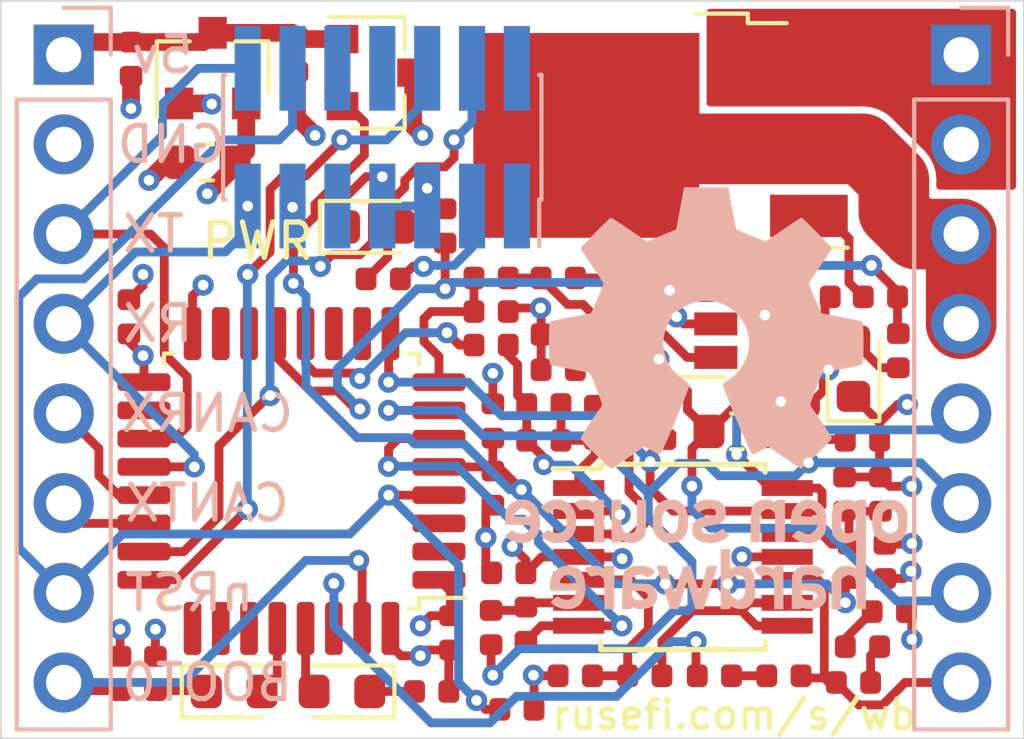
<source format=kicad_pcb>
(kicad_pcb (version 20171130) (host pcbnew "(5.1.9)-1")
  (layers (0 F.Cu signal) (1 In1.Cu signal hide) (2 In2.Cu signal hide) (31 B.Cu signal hide) (34 B.Paste user hide) (35 F.Paste user hide) (36 B.SilkS user hide) (37 F.SilkS user hide) (38 B.Mask user hide) (39 F.Mask user hide) (44 Edge.Cuts user))
  (net 0 "")
  (net 1 GND)
  (net 2 /LSU_Rtrim)
  (net 3 /LSU_Un)
  (net 4 /LSU_Vm)
  (net 5 /LSU_Ip)
  (net 6 +5V)
  (net 7 +3V3)
  (net 8 /nRESET)
  (net 9 "Net-(C2-Pad2)")
  (net 10 /LSU_Un_sense)
  (net 11 /Vm)
  (net 12 /Ip_sense)
  (net 13 /Un_sense)
  (net 14 "Net-(C1-Pad1)")
  (net 15 "Net-(R3-Pad2)")
  (net 16 "Net-(R4-Pad2)")
  (net 17 "Net-(R11-Pad1)")
  (net 18 "Net-(R12-Pad1)")
  (net 19 /Ip_dac)
  (net 20 /Nernst_esr_drive)
  (net 21 /CAN_TX)
  (net 22 /CAN_RX)
  (net 23 /heater_pwm)
  (net 24 "Net-(Q1-Pad1)")
  (net 25 "Net-(D1-Pad2)")
  (net 26 "Net-(R32-Pad1)")
  (net 27 "Net-(C3-Pad2)")
  (net 28 "Net-(C3-Pad1)")
  (net 29 "Net-(R17-Pad1)")
  (net 30 /UART_TX)
  (net 31 /UART_RX)
  (net 32 "Net-(R14-Pad1)")
  (net 33 /Boot0)
  (net 34 "Net-(J1-Pad3)")
  (net 35 "Net-(R14-Pad2)")
  (net 36 /LED_BLUE)
  (net 37 /LED_GREEN)
  (net 38 "Net-(D2-Pad1)")
  (net 39 "Net-(D3-Pad1)")
  (net 40 /SWCLK)
  (net 41 /SWDIO)
  (net 42 "Net-(D4-Pad2)")
  (net 43 "Net-(J1-Pad1)")
  (net 44 VDDA)
  (net 45 "Net-(J4-Pad10)")
  (net 46 "Net-(J4-Pad9)")
  (net 47 "Net-(J4-Pad8)")
  (net 48 "Net-(J4-Pad2)")
  (net 49 "Net-(J4-Pad1)")
  (net 50 "Net-(U2-Pad27)")
  (net 51 "Net-(U2-Pad26)")
  (net 52 "Net-(U2-Pad25)")
  (net 53 "Net-(U2-Pad18)")
  (net 54 "Net-(U2-Pad15)")
  (net 55 "Net-(U2-Pad14)")
  (net 56 "Net-(U2-Pad11)")
  (net 57 "Net-(U2-Pad10)")
  (net 58 "Net-(U2-Pad3)")
  (net 59 "Net-(U2-Pad2)")
  (module Resistor_SMD:R_0402_1005Metric (layer F.Cu) (at 93.599 79.5274 270)
    (fp_text reference R26 hide)
    (fp_text value 1k)
    (pad 2 smd roundrect (at 0.485 0 270) (size 0.59 0.64) (layers F.Cu F.Paste F.Mask) (net 23 /heater_pwm))
    (pad 1 smd roundrect (at -0.485 0 270) (size 0.59 0.64) (layers F.Cu F.Paste F.Mask) (net 1 GND))
  )
  (module Connector_PinHeader_1.27mm:PinHeader_2x07_P1.27mm_Vertical_SMD (layer B.Cu) (at 91.821 77.0128 90)
    (fp_text reference J4 hide)
    (fp_text value FTSH-107-01-F-DV-K)
    (pad 14 smd rect (at 1.95 -3.81 90) (size 2.4 0.74) (layers B.Cu B.Paste B.Mask) (net 30 /UART_TX))
    (pad 13 smd rect (at -1.95 -3.81 90) (size 2.4 0.74) (layers B.Cu B.Paste B.Mask) (net 31 /UART_RX))
    (pad 12 smd rect (at 1.95 -2.54 90) (size 2.4 0.74) (layers B.Cu B.Paste B.Mask) (net 8 /nRESET))
    (pad 11 smd rect (at -1.95 -2.54 90) (size 2.4 0.74) (layers B.Cu B.Paste B.Mask) (net 1 GND))
    (pad 10 smd rect (at 1.95 -1.27 90) (size 2.4 0.74) (layers B.Cu B.Paste B.Mask) (net 45 "Net-(J4-Pad10)"))
    (pad 9 smd rect (at -1.95 -1.27 90) (size 2.4 0.74) (layers B.Cu B.Paste B.Mask) (net 46 "Net-(J4-Pad9)"))
    (pad 8 smd rect (at 1.95 0 90) (size 2.4 0.74) (layers B.Cu B.Paste B.Mask) (net 47 "Net-(J4-Pad8)"))
    (pad 7 smd rect (at -1.95 0 90) (size 2.4 0.74) (layers B.Cu B.Paste B.Mask) (net 1 GND))
    (pad 6 smd rect (at 1.95 1.27 90) (size 2.4 0.74) (layers B.Cu B.Paste B.Mask) (net 40 /SWCLK))
    (pad 5 smd rect (at -1.95 1.27 90) (size 2.4 0.74) (layers B.Cu B.Paste B.Mask) (net 1 GND))
    (pad 4 smd rect (at 1.95 2.54 90) (size 2.4 0.74) (layers B.Cu B.Paste B.Mask) (net 41 /SWDIO))
    (pad 3 smd rect (at -1.95 2.54 90) (size 2.4 0.74) (layers B.Cu B.Paste B.Mask) (net 7 +3V3))
    (pad 2 smd rect (at 1.95 3.81 90) (size 2.4 0.74) (layers B.Cu B.Paste B.Mask) (net 48 "Net-(J4-Pad2)"))
    (pad 1 smd rect (at -1.95 3.81 90) (size 2.4 0.74) (layers B.Cu B.Paste B.Mask) (net 49 "Net-(J4-Pad1)"))
  )
  (module Package_TO_SOT_SMD:SOT-23 (layer F.Cu) (at 91.694 75.184)
    (fp_text reference U3 hide)
    (fp_text value REF3033)
    (pad 3 smd rect (at 1 0) (size 0.9 0.8) (layers F.Cu F.Paste F.Mask) (net 1 GND))
    (pad 2 smd rect (at -1 0.95) (size 0.9 0.8) (layers F.Cu F.Paste F.Mask) (net 44 VDDA))
    (pad 1 smd rect (at -1 -0.95) (size 0.9 0.8) (layers F.Cu F.Paste F.Mask) (net 6 +5V))
  )
  (module Capacitor_SMD:C_0402_1005Metric (layer F.Cu) (at 89.408 74.676 270)
    (fp_text reference C17 hide)
    (fp_text value 1u)
    (pad 2 smd roundrect (at 0.485 0 270) (size 0.59 0.64) (layers F.Cu F.Paste F.Mask) (net 1 GND))
    (pad 1 smd roundrect (at -0.485 0 270) (size 0.59 0.64) (layers F.Cu F.Paste F.Mask) (net 6 +5V))
  )
  (module Capacitor_SMD:C_0402_1005Metric (layer F.Cu) (at 95.631 93.218)
    (fp_text reference C16 hide)
    (fp_text value 1u)
    (pad 2 smd roundrect (at 0.485 0) (size 0.59 0.64) (layers F.Cu F.Paste F.Mask) (net 1 GND))
    (pad 1 smd roundrect (at -0.485 0) (size 0.59 0.64) (layers F.Cu F.Paste F.Mask) (net 8 /nRESET))
  )
  (module Resistor_SMD:R_0402_1005Metric (layer F.Cu) (at 91.8464 81.026)
    (fp_text reference R18 hide)
    (fp_text value 1k)
    (pad 2 smd roundrect (at 0.485 0) (size 0.59 0.64) (layers F.Cu F.Paste F.Mask) (net 7 +3V3))
    (pad 1 smd roundrect (at -0.485 0) (size 0.59 0.64) (layers F.Cu F.Paste F.Mask) (net 42 "Net-(D4-Pad2)"))
  )
  (module LED_SMD:LED_0603_1608Metric (layer F.Cu) (at 91.5416 79.5528)
    (fp_text reference D4 hide)
    (fp_text value RED)
    (pad 2 smd roundrect (at 0.7875 0) (size 0.875 0.95) (layers F.Cu F.Paste F.Mask) (net 42 "Net-(D4-Pad2)"))
    (pad 1 smd roundrect (at -0.7875 0) (size 0.875 0.95) (layers F.Cu F.Paste F.Mask) (net 1 GND))
  )
  (module Capacitor_SMD:C_0402_1005Metric (layer F.Cu) (at 95.4 89.35 180)
    (fp_text reference C15 hide)
    (fp_text value DNP)
    (pad 2 smd roundrect (at 0.485 0 180) (size 0.59 0.64) (layers F.Cu F.Paste F.Mask) (net 1 GND))
    (pad 1 smd roundrect (at -0.485 0 180) (size 0.59 0.64) (layers F.Cu F.Paste F.Mask) (net 7 +3V3))
  )
  (module Capacitor_SMD:C_0402_1005Metric (layer F.Cu) (at 96.8 82.6 180)
    (fp_text reference C6 hide)
    (fp_text value DNP)
    (pad 2 smd roundrect (at 0.485 0 180) (size 0.59 0.64) (layers F.Cu F.Paste F.Mask) (net 1 GND))
    (pad 1 smd roundrect (at -0.485 0 180) (size 0.59 0.64) (layers F.Cu F.Paste F.Mask) (net 7 +3V3))
  )
  (module Resistor_SMD:R_0402_1005Metric (layer F.Cu) (at 96.8 81)
    (fp_text reference R17 hide)
    (fp_text value 100k)
    (pad 2 smd roundrect (at 0.485 0) (size 0.59 0.64) (layers F.Cu F.Paste F.Mask) (net 17 "Net-(R11-Pad1)"))
    (pad 1 smd roundrect (at -0.485 0) (size 0.59 0.64) (layers F.Cu F.Paste F.Mask) (net 29 "Net-(R17-Pad1)"))
  )
  (module Symbol:OSHW-Logo_11.4x12mm_SilkScreen (layer B.Cu) (at 101 84.4 180)
    (fp_text reference REF** hide)
    (fp_text value OSHW-Logo_11.4x12mm_SilkScreen hide)
  )
  (module Package_TO_SOT_SMD:SOT-23 (layer F.Cu) (at 87.0204 75.057 90)
    (fp_text reference U9 hide)
    (fp_text value XC6206P332MR)
    (pad 3 smd rect (at 1 0 90) (size 0.9 0.8) (layers F.Cu F.Paste F.Mask) (net 6 +5V))
    (pad 2 smd rect (at -1 0.95 90) (size 0.9 0.8) (layers F.Cu F.Paste F.Mask) (net 7 +3V3))
    (pad 1 smd rect (at -1 -0.95 90) (size 0.9 0.8) (layers F.Cu F.Paste F.Mask) (net 1 GND))
  )
  (module Package_QFP:LQFP-32_7x7mm_P0.8mm (layer F.Cu) (at 89.25 86.75 180)
    (fp_text reference U2 hide)
    (fp_text value STM32F042K6Tx)
    (pad 32 smd roundrect (at -2.8 -4.175 180) (size 0.5 1.5) (layers F.Cu F.Paste F.Mask) (net 1 GND))
    (pad 31 smd roundrect (at -2 -4.175 180) (size 0.5 1.5) (layers F.Cu F.Paste F.Mask) (net 33 /Boot0))
    (pad 30 smd roundrect (at -1.2 -4.175 180) (size 0.5 1.5) (layers F.Cu F.Paste F.Mask) (net 20 /Nernst_esr_drive))
    (pad 29 smd roundrect (at -0.4 -4.175 180) (size 0.5 1.5) (layers F.Cu F.Paste F.Mask) (net 37 /LED_GREEN))
    (pad 28 smd roundrect (at 0.4 -4.175 180) (size 0.5 1.5) (layers F.Cu F.Paste F.Mask) (net 36 /LED_BLUE))
    (pad 27 smd roundrect (at 1.2 -4.175 180) (size 0.5 1.5) (layers F.Cu F.Paste F.Mask) (net 50 "Net-(U2-Pad27)"))
    (pad 26 smd roundrect (at 2 -4.175 180) (size 0.5 1.5) (layers F.Cu F.Paste F.Mask) (net 51 "Net-(U2-Pad26)"))
    (pad 25 smd roundrect (at 2.8 -4.175 180) (size 0.5 1.5) (layers F.Cu F.Paste F.Mask) (net 52 "Net-(U2-Pad25)"))
    (pad 24 smd roundrect (at 4.175 -2.8 180) (size 1.5 0.5) (layers F.Cu F.Paste F.Mask) (net 40 /SWCLK))
    (pad 23 smd roundrect (at 4.175 -2 180) (size 1.5 0.5) (layers F.Cu F.Paste F.Mask) (net 41 /SWDIO))
    (pad 22 smd roundrect (at 4.175 -1.2 180) (size 1.5 0.5) (layers F.Cu F.Paste F.Mask) (net 21 /CAN_TX))
    (pad 21 smd roundrect (at 4.175 -0.4 180) (size 1.5 0.5) (layers F.Cu F.Paste F.Mask) (net 22 /CAN_RX))
    (pad 20 smd roundrect (at 4.175 0.4 180) (size 1.5 0.5) (layers F.Cu F.Paste F.Mask) (net 31 /UART_RX))
    (pad 19 smd roundrect (at 4.175 1.2 180) (size 1.5 0.5) (layers F.Cu F.Paste F.Mask) (net 30 /UART_TX))
    (pad 18 smd roundrect (at 4.175 2 180) (size 1.5 0.5) (layers F.Cu F.Paste F.Mask) (net 53 "Net-(U2-Pad18)"))
    (pad 17 smd roundrect (at 4.175 2.8 180) (size 1.5 0.5) (layers F.Cu F.Paste F.Mask) (net 7 +3V3))
    (pad 16 smd roundrect (at 2.8 4.175 180) (size 0.5 1.5) (layers F.Cu F.Paste F.Mask) (net 1 GND))
    (pad 15 smd roundrect (at 2 4.175 180) (size 0.5 1.5) (layers F.Cu F.Paste F.Mask) (net 54 "Net-(U2-Pad15)"))
    (pad 14 smd roundrect (at 1.2 4.175 180) (size 0.5 1.5) (layers F.Cu F.Paste F.Mask) (net 55 "Net-(U2-Pad14)"))
    (pad 13 smd roundrect (at 0.4 4.175 180) (size 0.5 1.5) (layers F.Cu F.Paste F.Mask) (net 23 /heater_pwm))
    (pad 12 smd roundrect (at -0.4 4.175 180) (size 0.5 1.5) (layers F.Cu F.Paste F.Mask) (net 19 /Ip_dac))
    (pad 11 smd roundrect (at -1.2 4.175 180) (size 0.5 1.5) (layers F.Cu F.Paste F.Mask) (net 56 "Net-(U2-Pad11)"))
    (pad 10 smd roundrect (at -2 4.175 180) (size 0.5 1.5) (layers F.Cu F.Paste F.Mask) (net 57 "Net-(U2-Pad10)"))
    (pad 9 smd roundrect (at -2.8 4.175 180) (size 0.5 1.5) (layers F.Cu F.Paste F.Mask) (net 11 /Vm))
    (pad 8 smd roundrect (at -4.175 2.8 180) (size 1.5 0.5) (layers F.Cu F.Paste F.Mask) (net 12 /Ip_sense))
    (pad 7 smd roundrect (at -4.175 2 180) (size 1.5 0.5) (layers F.Cu F.Paste F.Mask) (net 4 /LSU_Vm))
    (pad 6 smd roundrect (at -4.175 1.2 180) (size 1.5 0.5) (layers F.Cu F.Paste F.Mask) (net 13 /Un_sense))
    (pad 5 smd roundrect (at -4.175 0.4 180) (size 1.5 0.5) (layers F.Cu F.Paste F.Mask) (net 44 VDDA))
    (pad 4 smd roundrect (at -4.175 -0.4 180) (size 1.5 0.5) (layers F.Cu F.Paste F.Mask) (net 8 /nRESET))
    (pad 3 smd roundrect (at -4.175 -1.2 180) (size 1.5 0.5) (layers F.Cu F.Paste F.Mask) (net 58 "Net-(U2-Pad3)"))
    (pad 2 smd roundrect (at -4.175 -2 180) (size 1.5 0.5) (layers F.Cu F.Paste F.Mask) (net 59 "Net-(U2-Pad2)"))
    (pad 1 smd roundrect (at -4.175 -2.8 180) (size 1.5 0.5) (layers F.Cu F.Paste F.Mask) (net 7 +3V3))
  )
  (module Connector_PinHeader_2.54mm:PinHeader_1x08_P2.54mm_Vertical (layer B.Cu) (at 82.804 74.676 180)
    (fp_text reference J3 hide)
    (fp_text value Conn_01x08)
    (pad 8 thru_hole oval (at 0 -17.78 180) (size 1.7 1.7) (drill 1) (layers *.Cu *.Mask) (net 33 /Boot0))
    (pad 7 thru_hole oval (at 0 -15.24 180) (size 1.7 1.7) (drill 1) (layers *.Cu *.Mask) (net 8 /nRESET))
    (pad 6 thru_hole oval (at 0 -12.7 180) (size 1.7 1.7) (drill 1) (layers *.Cu *.Mask) (net 21 /CAN_TX))
    (pad 5 thru_hole oval (at 0 -10.16 180) (size 1.7 1.7) (drill 1) (layers *.Cu *.Mask) (net 22 /CAN_RX))
    (pad 4 thru_hole oval (at 0 -7.62 180) (size 1.7 1.7) (drill 1) (layers *.Cu *.Mask) (net 31 /UART_RX))
    (pad 3 thru_hole oval (at 0 -5.08 180) (size 1.7 1.7) (drill 1) (layers *.Cu *.Mask) (net 30 /UART_TX))
    (pad 2 thru_hole oval (at 0 -2.54 180) (size 1.7 1.7) (drill 1) (layers *.Cu *.Mask) (net 1 GND))
    (pad 1 thru_hole rect (at 0 0 180) (size 1.7 1.7) (drill 1) (layers *.Cu *.Mask) (net 6 +5V))
  )
  (module Resistor_SMD:R_0402_1005Metric (layer F.Cu) (at 85.4 92.2 270)
    (fp_text reference R13 hide)
    (fp_text value 1k)
    (pad 2 smd roundrect (at 0.485 0 270) (size 0.59 0.64) (layers F.Cu F.Paste F.Mask) (net 39 "Net-(D3-Pad1)"))
    (pad 1 smd roundrect (at -0.485 0 270) (size 0.59 0.64) (layers F.Cu F.Paste F.Mask) (net 1 GND))
  )
  (module LED_SMD:LED_0603_1608Metric (layer F.Cu) (at 87.63 92.71)
    (fp_text reference D3 hide)
    (fp_text value BLUE)
    (pad 2 smd roundrect (at 0.7875 0) (size 0.875 0.95) (layers F.Cu F.Paste F.Mask) (net 36 /LED_BLUE))
    (pad 1 smd roundrect (at -0.7875 0) (size 0.875 0.95) (layers F.Cu F.Paste F.Mask) (net 39 "Net-(D3-Pad1)"))
  )
  (module Resistor_SMD:R_0402_1005Metric (layer F.Cu) (at 106.172 90.4494)
    (fp_text reference R16 hide)
    (fp_text value 20k)
    (pad 2 smd roundrect (at 0.485 0) (size 0.59 0.64) (layers F.Cu F.Paste F.Mask) (net 7 +3V3))
    (pad 1 smd roundrect (at -0.485 0) (size 0.59 0.64) (layers F.Cu F.Paste F.Mask) (net 35 "Net-(R14-Pad2)"))
  )
  (module Package_TO_SOT_SMD:TSOT-23-5 (layer F.Cu) (at 99.95 82.3 180)
    (fp_text reference U5 hide)
    (fp_text value AD8628)
    (pad 5 smd rect (at 1.31 -0.95 180) (size 1.22 0.65) (layers F.Cu F.Paste F.Mask) (net 7 +3V3))
    (pad 4 smd rect (at 1.31 0.95 180) (size 1.22 0.65) (layers F.Cu F.Paste F.Mask) (net 17 "Net-(R11-Pad1)"))
    (pad 3 smd rect (at -1.31 0.95 180) (size 1.22 0.65) (layers F.Cu F.Paste F.Mask) (net 18 "Net-(R12-Pad1)"))
    (pad 2 smd rect (at -1.31 0 180) (size 1.22 0.65) (layers F.Cu F.Paste F.Mask) (net 1 GND))
    (pad 1 smd rect (at -1.31 -0.95 180) (size 1.22 0.65) (layers F.Cu F.Paste F.Mask) (net 29 "Net-(R17-Pad1)"))
  )
  (module Connector_PinHeader_2.54mm:PinHeader_1x08_P2.54mm_Vertical (layer B.Cu) (at 108.204 74.676 180)
    (fp_text reference J1 hide)
    (fp_text value Conn_01x08)
    (pad 8 thru_hole oval (at 0 -17.78 180) (size 1.7 1.7) (drill 1) (layers *.Cu *.Mask) (net 3 /LSU_Un))
    (pad 7 thru_hole oval (at 0 -15.24 180) (size 1.7 1.7) (drill 1) (layers *.Cu *.Mask) (net 2 /LSU_Rtrim))
    (pad 6 thru_hole oval (at 0 -12.7 180) (size 1.7 1.7) (drill 1) (layers *.Cu *.Mask) (net 4 /LSU_Vm))
    (pad 5 thru_hole oval (at 0 -10.16 180) (size 1.7 1.7) (drill 1) (layers *.Cu *.Mask) (net 5 /LSU_Ip))
    (pad 4 thru_hole oval (at 0 -7.62 180) (size 1.7 1.7) (drill 1) (layers *.Cu *.Mask) (net 34 "Net-(J1-Pad3)"))
    (pad 3 thru_hole oval (at 0 -5.08 180) (size 1.7 1.7) (drill 1) (layers *.Cu *.Mask) (net 34 "Net-(J1-Pad3)"))
    (pad 2 thru_hole oval (at 0 -2.54 180) (size 1.7 1.7) (drill 1) (layers *.Cu *.Mask) (net 43 "Net-(J1-Pad1)"))
    (pad 1 thru_hole rect (at 0 0 180) (size 1.7 1.7) (drill 1) (layers *.Cu *.Mask) (net 43 "Net-(J1-Pad1)"))
  )
  (module Capacitor_SMD:C_0402_1005Metric (layer F.Cu) (at 96.8 83.6 180)
    (fp_text reference C5 hide)
    (fp_text value 100n)
    (pad 2 smd roundrect (at 0.485 0 180) (size 0.59 0.64) (layers F.Cu F.Paste F.Mask) (net 1 GND))
    (pad 1 smd roundrect (at -0.485 0 180) (size 0.59 0.64) (layers F.Cu F.Paste F.Mask) (net 7 +3V3))
  )
  (module Capacitor_SMD:C_0402_1005Metric (layer F.Cu) (at 103.1875 92.2655 180)
    (fp_text reference C2 hide)
    (fp_text value 100n)
    (pad 2 smd roundrect (at 0.485 0 180) (size 0.59 0.64) (layers F.Cu F.Paste F.Mask) (net 9 "Net-(C2-Pad2)"))
    (pad 1 smd roundrect (at -0.485 0 180) (size 0.59 0.64) (layers F.Cu F.Paste F.Mask) (net 3 /LSU_Un))
  )
  (module Resistor_SMD:R_0402_1005Metric (layer F.Cu) (at 105.156 92.456)
    (fp_text reference R22 hide)
    (fp_text value 20k)
    (pad 2 smd roundrect (at 0.485 0) (size 0.59 0.64) (layers F.Cu F.Paste F.Mask) (net 32 "Net-(R14-Pad1)"))
    (pad 1 smd roundrect (at -0.485 0) (size 0.59 0.64) (layers F.Cu F.Paste F.Mask) (net 3 /LSU_Un))
  )
  (module Resistor_SMD:R_0402_1005Metric (layer F.Cu) (at 105.41 91.44 180)
    (fp_text reference R14 hide)
    (fp_text value 20k)
    (pad 2 smd roundrect (at 0.485 0 180) (size 0.59 0.64) (layers F.Cu F.Paste F.Mask) (net 35 "Net-(R14-Pad2)"))
    (pad 1 smd roundrect (at -0.485 0 180) (size 0.59 0.64) (layers F.Cu F.Paste F.Mask) (net 32 "Net-(R14-Pad1)"))
  )
  (module Capacitor_SMD:C_0402_1005Metric (layer F.Cu) (at 96.393 84.582 180)
    (fp_text reference C3 hide)
    (fp_text value 33n)
    (pad 2 smd roundrect (at 0.485 0 180) (size 0.59 0.64) (layers F.Cu F.Paste F.Mask) (net 27 "Net-(C3-Pad2)"))
    (pad 1 smd roundrect (at -0.485 0 180) (size 0.59 0.64) (layers F.Cu F.Paste F.Mask) (net 28 "Net-(C3-Pad1)"))
  )
  (module Resistor_SMD:R_0402_1005Metric (layer F.Cu) (at 98.806 85.09 270)
    (fp_text reference R34 hide)
    (fp_text value 10k)
    (pad 2 smd roundrect (at 0.485 0 270) (size 0.59 0.64) (layers F.Cu F.Paste F.Mask) (net 26 "Net-(R32-Pad1)"))
    (pad 1 smd roundrect (at -0.485 0 270) (size 0.59 0.64) (layers F.Cu F.Paste F.Mask) (net 2 /LSU_Rtrim))
  )
  (module Resistor_SMD:R_0402_1005Metric (layer F.Cu) (at 96.393 85.598 180)
    (fp_text reference R33 hide)
    (fp_text value 10k)
    (pad 2 smd roundrect (at 0.485 0 180) (size 0.59 0.64) (layers F.Cu F.Paste F.Mask) (net 27 "Net-(C3-Pad2)"))
    (pad 1 smd roundrect (at -0.485 0 180) (size 0.59 0.64) (layers F.Cu F.Paste F.Mask) (net 28 "Net-(C3-Pad1)"))
  )
  (module Resistor_SMD:R_0402_1005Metric (layer F.Cu) (at 99.822 85.09 270)
    (fp_text reference R32 hide)
    (fp_text value 68k)
    (pad 2 smd roundrect (at 0.485 0 270) (size 0.59 0.64) (layers F.Cu F.Paste F.Mask) (net 11 /Vm))
    (pad 1 smd roundrect (at -0.485 0 270) (size 0.59 0.64) (layers F.Cu F.Paste F.Mask) (net 26 "Net-(R32-Pad1)"))
  )
  (module Resistor_SMD:R_0402_1005Metric (layer F.Cu) (at 94.9 82.9)
    (fp_text reference R31 hide)
    (fp_text value 68k)
    (pad 2 smd roundrect (at 0.485 0) (size 0.59 0.64) (layers F.Cu F.Paste F.Mask) (net 27 "Net-(C3-Pad2)"))
    (pad 1 smd roundrect (at -0.485 0) (size 0.59 0.64) (layers F.Cu F.Paste F.Mask) (net 19 /Ip_dac))
  )
  (module Resistor_SMD:R_0402_1005Metric (layer F.Cu) (at 93.218 92.71 180)
    (fp_text reference R30 hide)
    (fp_text value 1k)
    (pad 2 smd roundrect (at 0.485 0 180) (size 0.59 0.64) (layers F.Cu F.Paste F.Mask) (net 38 "Net-(D2-Pad1)"))
    (pad 1 smd roundrect (at -0.485 0 180) (size 0.59 0.64) (layers F.Cu F.Paste F.Mask) (net 1 GND))
  )
  (module LED_SMD:LED_0603_1608Metric (layer F.Cu) (at 90.678 92.71 180)
    (fp_text reference D2 hide)
    (fp_text value GREEN)
    (pad 2 smd roundrect (at 0.7875 0 180) (size 0.875 0.95) (layers F.Cu F.Paste F.Mask) (net 37 /LED_GREEN))
    (pad 1 smd roundrect (at -0.7875 0 180) (size 0.875 0.95) (layers F.Cu F.Paste F.Mask) (net 38 "Net-(D2-Pad1)"))
  )
  (module Resistor_SMD:R_0402_1005Metric (layer F.Cu) (at 84.4 92.2 270)
    (fp_text reference R29 hide)
    (fp_text value 10k)
    (pad 2 smd roundrect (at 0.485 0 270) (size 0.59 0.64) (layers F.Cu F.Paste F.Mask) (net 33 /Boot0))
    (pad 1 smd roundrect (at -0.485 0 270) (size 0.59 0.64) (layers F.Cu F.Paste F.Mask) (net 1 GND))
  )
  (module Resistor_SMD:R_0402_1005Metric (layer F.Cu) (at 106.426 83.058 90)
    (fp_text reference R27 hide)
    (fp_text value 1k)
    (pad 2 smd roundrect (at 0.485 0 90) (size 0.59 0.64) (layers F.Cu F.Paste F.Mask) (net 23 /heater_pwm))
    (pad 1 smd roundrect (at -0.485 0 90) (size 0.59 0.64) (layers F.Cu F.Paste F.Mask) (net 25 "Net-(D1-Pad2)"))
  )
  (module LED_SMD:LED_0603_1608Metric (layer F.Cu) (at 105.156 83.566 90)
    (fp_text reference D1 hide)
    (fp_text value RED)
    (pad 2 smd roundrect (at 0.7875 0 90) (size 0.875 0.95) (layers F.Cu F.Paste F.Mask) (net 25 "Net-(D1-Pad2)"))
    (pad 1 smd roundrect (at -0.7875 0 90) (size 0.875 0.95) (layers F.Cu F.Paste F.Mask) (net 1 GND))
  )
  (module Capacitor_SMD:C_0402_1005Metric (layer F.Cu) (at 106.045 89.027 270)
    (fp_text reference C14 hide)
    (fp_text value 100n)
    (pad 2 smd roundrect (at 0.485 0 270) (size 0.59 0.64) (layers F.Cu F.Paste F.Mask) (net 1 GND))
    (pad 1 smd roundrect (at -0.485 0 270) (size 0.59 0.64) (layers F.Cu F.Paste F.Mask) (net 7 +3V3))
  )
  (module Package_TO_SOT_SMD:TO-252-2 (layer F.Cu) (at 99.695 76.962 180)
    (fp_text reference Q1 hide)
    (fp_text value BTS3028)
    (pad 1 smd rect (at -4.2 -2.28 180) (size 2.2 1.2) (layers F.Cu F.Paste F.Mask) (net 24 "Net-(Q1-Pad1)"))
    (pad 3 smd rect (at -4.2 2.28 180) (size 2.2 1.2) (layers F.Cu F.Paste F.Mask) (net 43 "Net-(J1-Pad1)"))
    (pad 2 smd rect (at 2.1 0 180) (size 6.4 5.8) (layers F.Cu F.Mask) (net 34 "Net-(J1-Pad3)"))
  )
  (module Capacitor_SMD:C_0402_1005Metric (layer F.Cu) (at 84.65 82.1 90)
    (fp_text reference C13 hide)
    (fp_text value 100n)
    (pad 2 smd roundrect (at 0.485 0 90) (size 0.59 0.64) (layers F.Cu F.Paste F.Mask) (net 1 GND))
    (pad 1 smd roundrect (at -0.485 0 90) (size 0.59 0.64) (layers F.Cu F.Paste F.Mask) (net 7 +3V3))
  )
  (module Capacitor_SMD:C_0402_1005Metric (layer F.Cu) (at 93.75 91.05 270)
    (fp_text reference C12 hide)
    (fp_text value 100n)
    (pad 2 smd roundrect (at 0.485 0 270) (size 0.59 0.64) (layers F.Cu F.Paste F.Mask) (net 1 GND))
    (pad 1 smd roundrect (at -0.485 0 270) (size 0.59 0.64) (layers F.Cu F.Paste F.Mask) (net 7 +3V3))
  )
  (module Resistor_SMD:R_0402_1005Metric (layer F.Cu) (at 105.918 81.534)
    (fp_text reference R25 hide)
    (fp_text value 1k)
    (pad 2 smd roundrect (at 0.485 0) (size 0.59 0.64) (layers F.Cu F.Paste F.Mask) (net 23 /heater_pwm))
    (pad 1 smd roundrect (at -0.485 0) (size 0.59 0.64) (layers F.Cu F.Paste F.Mask) (net 24 "Net-(Q1-Pad1)"))
  )
  (module Resistor_SMD:R_0603_1608Metric (layer F.Cu) (at 101.854 85.344)
    (fp_text reference R10 hide)
    (fp_text value 61.9)
    (pad 2 smd roundrect (at 0.7875 0) (size 0.875 0.95) (layers F.Cu F.Paste F.Mask) (net 5 /LSU_Ip))
    (pad 1 smd roundrect (at -0.7875 0) (size 0.875 0.95) (layers F.Cu F.Paste F.Mask) (net 2 /LSU_Rtrim))
  )
  (module Capacitor_SMD:C_0402_1005Metric (layer F.Cu) (at 84.709 74.803 270)
    (fp_text reference C8 hide)
    (fp_text value 100n)
    (pad 2 smd roundrect (at 0.485 0 270) (size 0.59 0.64) (layers F.Cu F.Paste F.Mask) (net 1 GND))
    (pad 1 smd roundrect (at -0.485 0 270) (size 0.59 0.64) (layers F.Cu F.Paste F.Mask) (net 6 +5V))
  )
  (module Capacitor_SMD:C_0402_1005Metric (layer F.Cu) (at 105.41 85.598)
    (fp_text reference C4 hide)
    (fp_text value 1u)
    (pad 2 smd roundrect (at 0.485 0) (size 0.59 0.64) (layers F.Cu F.Paste F.Mask) (net 1 GND))
    (pad 1 smd roundrect (at -0.485 0) (size 0.59 0.64) (layers F.Cu F.Paste F.Mask) (net 4 /LSU_Vm))
  )
  (module Capacitor_SMD:C_0402_1005Metric (layer F.Cu) (at 105.918 87.122 90)
    (fp_text reference C1 hide)
    (fp_text value 1u)
    (pad 2 smd roundrect (at 0.485 0 90) (size 0.59 0.64) (layers F.Cu F.Paste F.Mask) (net 1 GND))
    (pad 1 smd roundrect (at -0.485 0 90) (size 0.59 0.64) (layers F.Cu F.Paste F.Mask) (net 14 "Net-(C1-Pad1)"))
  )
  (module Capacitor_SMD:C_0402_1005Metric (layer F.Cu) (at 94.95 86.95 270)
    (fp_text reference C7 hide)
    (fp_text value 1u)
    (pad 2 smd roundrect (at 0.485 0 270) (size 0.59 0.64) (layers F.Cu F.Paste F.Mask) (net 1 GND))
    (pad 1 smd roundrect (at -0.485 0 270) (size 0.59 0.64) (layers F.Cu F.Paste F.Mask) (net 44 VDDA))
  )
  (module Resistor_SMD:R_0402_1005Metric (layer F.Cu) (at 94.9 81 180)
    (fp_text reference R24 hide)
    (fp_text value 3.3k)
    (pad 2 smd roundrect (at 0.485 0 180) (size 0.59 0.64) (layers F.Cu F.Paste F.Mask) (net 12 /Ip_sense))
    (pad 1 smd roundrect (at -0.485 0 180) (size 0.59 0.64) (layers F.Cu F.Paste F.Mask) (net 29 "Net-(R17-Pad1)"))
  )
  (module Capacitor_SMD:C_0402_1005Metric (layer F.Cu) (at 94.9 81.95)
    (fp_text reference C11 hide)
    (fp_text value 100n)
    (pad 2 smd roundrect (at 0.485 0) (size 0.59 0.64) (layers F.Cu F.Paste F.Mask) (net 1 GND))
    (pad 1 smd roundrect (at -0.485 0) (size 0.59 0.64) (layers F.Cu F.Paste F.Mask) (net 12 /Ip_sense))
  )
  (module Package_SO:TSSOP-14_4.4x5mm_P0.65mm (layer F.Cu) (at 100.33 88.9)
    (fp_text reference U1 hide)
    (fp_text value MCP6004)
    (pad 14 smd rect (at 2.95 -1.95) (size 1.45 0.45) (layers F.Cu F.Paste F.Mask) (net 11 /Vm))
    (pad 13 smd rect (at 2.95 -1.3) (size 1.45 0.45) (layers F.Cu F.Paste F.Mask) (net 11 /Vm))
    (pad 12 smd rect (at 2.95 -0.65) (size 1.45 0.45) (layers F.Cu F.Paste F.Mask) (net 14 "Net-(C1-Pad1)"))
    (pad 11 smd rect (at 2.95 0) (size 1.45 0.45) (layers F.Cu F.Paste F.Mask) (net 1 GND))
    (pad 10 smd rect (at 2.95 0.65) (size 1.45 0.45) (layers F.Cu F.Paste F.Mask) (net 3 /LSU_Un))
    (pad 9 smd rect (at 2.95 1.3) (size 1.45 0.45) (layers F.Cu F.Paste F.Mask) (net 10 /LSU_Un_sense))
    (pad 8 smd rect (at 2.95 1.95) (size 1.45 0.45) (layers F.Cu F.Paste F.Mask) (net 10 /LSU_Un_sense))
    (pad 7 smd rect (at -2.95 1.95) (size 1.45 0.45) (layers F.Cu F.Paste F.Mask) (net 13 /Un_sense))
    (pad 6 smd rect (at -2.95 1.3) (size 1.45 0.45) (layers F.Cu F.Paste F.Mask) (net 15 "Net-(R3-Pad2)"))
    (pad 5 smd rect (at -2.95 0.65) (size 1.45 0.45) (layers F.Cu F.Paste F.Mask) (net 16 "Net-(R4-Pad2)"))
    (pad 4 smd rect (at -2.95 0) (size 1.45 0.45) (layers F.Cu F.Paste F.Mask) (net 7 +3V3))
    (pad 3 smd rect (at -2.95 -0.65) (size 1.45 0.45) (layers F.Cu F.Paste F.Mask) (net 26 "Net-(R32-Pad1)"))
    (pad 2 smd rect (at -2.95 -1.3) (size 1.45 0.45) (layers F.Cu F.Paste F.Mask) (net 27 "Net-(C3-Pad2)"))
    (pad 1 smd rect (at -2.95 -1.95) (size 1.45 0.45) (layers F.Cu F.Paste F.Mask) (net 28 "Net-(C3-Pad1)"))
  )
  (module Resistor_SMD:R_0402_1005Metric (layer F.Cu) (at 103.886 85.09 90)
    (fp_text reference R9 hide)
    (fp_text value 10)
    (pad 2 smd roundrect (at 0.485 0 90) (size 0.59 0.64) (layers F.Cu F.Paste F.Mask) (net 11 /Vm))
    (pad 1 smd roundrect (at -0.485 0 90) (size 0.59 0.64) (layers F.Cu F.Paste F.Mask) (net 4 /LSU_Vm))
  )
  (module Resistor_SMD:R_0402_1005Metric (layer F.Cu) (at 95.885 90.805 270)
    (fp_text reference R7 hide)
    (fp_text value 27k)
    (pad 2 smd roundrect (at 0.485 0 270) (size 0.59 0.64) (layers F.Cu F.Paste F.Mask) (net 13 /Un_sense))
    (pad 1 smd roundrect (at -0.485 0 270) (size 0.59 0.64) (layers F.Cu F.Paste F.Mask) (net 15 "Net-(R3-Pad2)"))
  )
  (module Resistor_SMD:R_0402_1005Metric (layer F.Cu) (at 97.282 92.2655 180)
    (fp_text reference R5 hide)
    (fp_text value 27k)
    (pad 2 smd roundrect (at 0.485 0 180) (size 0.59 0.64) (layers F.Cu F.Paste F.Mask) (net 1 GND))
    (pad 1 smd roundrect (at -0.485 0 180) (size 0.59 0.64) (layers F.Cu F.Paste F.Mask) (net 16 "Net-(R4-Pad2)"))
  )
  (module Resistor_SMD:R_0402_1005Metric (layer F.Cu) (at 99.2505 92.2655 180)
    (fp_text reference R4 hide)
    (fp_text value 10k)
    (pad 2 smd roundrect (at 0.485 0 180) (size 0.59 0.64) (layers F.Cu F.Paste F.Mask) (net 16 "Net-(R4-Pad2)"))
    (pad 1 smd roundrect (at -0.485 0 180) (size 0.59 0.64) (layers F.Cu F.Paste F.Mask) (net 10 /LSU_Un_sense))
  )
  (module Resistor_SMD:R_0402_1005Metric (layer F.Cu) (at 94.9 90.9 90)
    (fp_text reference R3 hide)
    (fp_text value 10k)
    (pad 2 smd roundrect (at 0.485 0 90) (size 0.59 0.64) (layers F.Cu F.Paste F.Mask) (net 15 "Net-(R3-Pad2)"))
    (pad 1 smd roundrect (at -0.485 0 90) (size 0.59 0.64) (layers F.Cu F.Paste F.Mask) (net 4 /LSU_Vm))
  )
  (module Resistor_SMD:R_0402_1005Metric (layer F.Cu) (at 104.013 81.534)
    (fp_text reference R15 hide)
    (fp_text value 100k)
    (pad 2 smd roundrect (at 0.485 0) (size 0.59 0.64) (layers F.Cu F.Paste F.Mask) (net 11 /Vm))
    (pad 1 smd roundrect (at -0.485 0) (size 0.59 0.64) (layers F.Cu F.Paste F.Mask) (net 18 "Net-(R12-Pad1)"))
  )
  (module Resistor_SMD:R_0402_1005Metric (layer F.Cu) (at 103.65 83.1 270)
    (fp_text reference R12 hide)
    (fp_text value 10k)
    (pad 2 smd roundrect (at 0.485 0 270) (size 0.59 0.64) (layers F.Cu F.Paste F.Mask) (net 5 /LSU_Ip))
    (pad 1 smd roundrect (at -0.485 0 270) (size 0.59 0.64) (layers F.Cu F.Paste F.Mask) (net 18 "Net-(R12-Pad1)"))
  )
  (module Resistor_SMD:R_0402_1005Metric (layer F.Cu) (at 102.65 83.3 270)
    (fp_text reference R11 hide)
    (fp_text value 10k)
    (pad 2 smd roundrect (at 0.485 0 270) (size 0.59 0.64) (layers F.Cu F.Paste F.Mask) (net 2 /LSU_Rtrim))
    (pad 1 smd roundrect (at -0.485 0 270) (size 0.59 0.64) (layers F.Cu F.Paste F.Mask) (net 17 "Net-(R11-Pad1)"))
  )
  (module Resistor_SMD:R_0402_1005Metric (layer F.Cu) (at 97.85 85.09 270)
    (fp_text reference R8 hide)
    (fp_text value 47)
    (pad 2 smd roundrect (at 0.485 0 270) (size 0.59 0.64) (layers F.Cu F.Paste F.Mask) (net 28 "Net-(C3-Pad1)"))
    (pad 1 smd roundrect (at -0.485 0 270) (size 0.59 0.64) (layers F.Cu F.Paste F.Mask) (net 2 /LSU_Rtrim))
  )
  (module Resistor_SMD:R_0402_1005Metric (layer F.Cu) (at 104.902 87.122 90)
    (fp_text reference R2 hide)
    (fp_text value 1k)
    (pad 2 smd roundrect (at 0.485 0 90) (size 0.59 0.64) (layers F.Cu F.Paste F.Mask) (net 1 GND))
    (pad 1 smd roundrect (at -0.485 0 90) (size 0.59 0.64) (layers F.Cu F.Paste F.Mask) (net 14 "Net-(C1-Pad1)"))
  )
  (module Resistor_SMD:R_0402_1005Metric (layer F.Cu) (at 105.029 89.027 90)
    (fp_text reference R1 hide)
    (fp_text value 1k)
    (pad 2 smd roundrect (at 0.485 0 90) (size 0.59 0.64) (layers F.Cu F.Paste F.Mask) (net 14 "Net-(C1-Pad1)"))
    (pad 1 smd roundrect (at -0.485 0 90) (size 0.59 0.64) (layers F.Cu F.Paste F.Mask) (net 44 VDDA))
  )
  (module Resistor_SMD:R_0402_1005Metric (layer F.Cu) (at 101.219 92.2655 180)
    (fp_text reference R6 hide)
    (fp_text value 22k)
    (pad 2 smd roundrect (at 0.485 0 180) (size 0.59 0.64) (layers F.Cu F.Paste F.Mask) (net 20 /Nernst_esr_drive))
    (pad 1 smd roundrect (at -0.485 0 180) (size 0.59 0.64) (layers F.Cu F.Paste F.Mask) (net 9 "Net-(C2-Pad2)"))
  )
  (module Capacitor_SMD:C_0603_1608Metric (layer F.Cu) (at 86.868 77.724 180)
    (fp_text reference C10 hide)
    (fp_text value 4.7u)
    (pad 2 smd roundrect (at 0.7875 0 180) (size 0.875 0.95) (layers F.Cu F.Paste F.Mask) (net 1 GND))
    (pad 1 smd roundrect (at -0.7875 0 180) (size 0.875 0.95) (layers F.Cu F.Paste F.Mask) (net 7 +3V3))
  )
  (module Capacitor_SMD:C_0402_1005Metric (layer F.Cu) (at 94.95 85.05 90)
    (fp_text reference C9 hide)
    (fp_text value 100n)
    (pad 2 smd roundrect (at 0.485 0 90) (size 0.59 0.64) (layers F.Cu F.Paste F.Mask) (net 1 GND))
    (pad 1 smd roundrect (at -0.485 0 90) (size 0.59 0.64) (layers F.Cu F.Paste F.Mask) (net 44 VDDA))
  )
  (gr_text PWR (at 88.2904 79.9592) (layer F.SilkS) (effects (font (size 1 1))))
  (gr_text rusefi.com/s/wb (at 101.7778 93.3704) (layer F.SilkS) (effects (font (size 0.8128 0.8128))))
  (gr_text TX (at 85.344 79.756) (layer B.SilkS) (effects (font (size 1 1)) (justify mirror)))
  (gr_text RX (at 85.471 82.296) (layer B.SilkS) (effects (font (size 1 1)) (justify mirror)))
  (gr_text 5v (at 85.598 74.676) (layer B.SilkS) (effects (font (size 1 1)) (justify mirror)))
  (gr_text GND (at 85.852 77.216) (layer B.SilkS) (effects (font (size 1 1)) (justify mirror)))
  (gr_text BOOT0 (at 86.868 92.456) (layer B.SilkS) (effects (font (size 1 1)) (justify mirror)))
  (gr_text nRST (at 86.36 89.916) (layer B.SilkS) (effects (font (size 1 1)) (justify mirror)))
  (gr_text CANTX (at 86.868 87.376) (layer B.SilkS) (effects (font (size 1 1)) (justify mirror)))
  (gr_text CANRX (at 86.868 84.836) (layer B.SilkS) (effects (font (size 1 1)) (justify mirror)))
  (gr_line (start 81.026 73.152) (end 81.026 94.0435) (layer Edge.Cuts) (width 0.05))
  (gr_line (start 109.982 73.152) (end 81.026 73.152) (layer Edge.Cuts) (width 0.05))
  (gr_line (start 109.982 94.0435) (end 109.982 73.152) (layer Edge.Cuts) (width 0.05))
  (gr_line (start 81.026 94.0435) (end 109.982 94.0435) (layer Edge.Cuts) (width 0.05))
  (via (at 102 88.9) (size 0.6) (drill 0.3) (layers F.Cu B.Cu) (net 1))
  (via (at 106.8 86.9) (size 0.6) (drill 0.3) (layers F.Cu B.Cu) (net 1))
  (via (at 106.68 84.582) (size 0.6) (drill 0.3) (layers F.Cu B.Cu) (net 1))
  (segment (start 93.091 78.9628) (end 93.091 78.867) (width 0.25) (layer B.Cu) (net 1))
  (segment (start 100.35 82.3) (end 100.15 82.1) (width 0.25) (layer F.Cu) (net 1))
  (via (at 100.15 82.1) (size 0.6) (drill 0.3) (layers F.Cu B.Cu) (net 1))
  (segment (start 101.26 82.3) (end 100.35 82.3) (width 0.25) (layer F.Cu) (net 1))
  (segment (start 103.28 88.9) (end 102 88.9) (width 0.25) (layer F.Cu) (net 1))
  (segment (start 104.902 86.637) (end 105.918 86.637) (width 0.25) (layer F.Cu) (net 1))
  (segment (start 106.181 86.9) (end 105.918 86.637) (width 0.25) (layer F.Cu) (net 1))
  (segment (start 106.8 86.9) (end 106.181 86.9) (width 0.25) (layer F.Cu) (net 1))
  (segment (start 105.895 86.614) (end 105.918 86.637) (width 0.25) (layer F.Cu) (net 1))
  (segment (start 105.895 85.598) (end 105.895 86.614) (width 0.25) (layer F.Cu) (net 1))
  (segment (start 105.895 85.0925) (end 105.895 85.598) (width 0.25) (layer F.Cu) (net 1))
  (segment (start 105.156 84.3535) (end 105.895 85.0925) (width 0.25) (layer F.Cu) (net 1))
  (segment (start 106.4055 84.582) (end 105.895 85.0925) (width 0.25) (layer F.Cu) (net 1))
  (segment (start 106.68 84.582) (end 106.4055 84.582) (width 0.25) (layer F.Cu) (net 1))
  (via (at 96.1 92.25) (size 0.6) (drill 0.3) (layers F.Cu B.Cu) (net 1))
  (segment (start 96.1155 92.2655) (end 96.1 92.25) (width 0.25) (layer F.Cu) (net 1))
  (segment (start 96.797 92.2655) (end 96.1155 92.2655) (width 0.25) (layer F.Cu) (net 1))
  (segment (start 92.05 90.925) (end 92.05 91.4) (width 0.25) (layer F.Cu) (net 1))
  (via (at 92.9 91.7) (size 0.6) (drill 0.3) (layers F.Cu B.Cu) (net 1))
  (segment (start 92.35 91.7) (end 92.9 91.7) (width 0.25) (layer F.Cu) (net 1))
  (segment (start 92.05 91.4) (end 92.35 91.7) (width 0.25) (layer F.Cu) (net 1))
  (segment (start 93.065 91.535) (end 92.9 91.7) (width 0.25) (layer F.Cu) (net 1))
  (segment (start 93.75 91.535) (end 93.065 91.535) (width 0.25) (layer F.Cu) (net 1))
  (segment (start 93.703 91.582) (end 93.75 91.535) (width 0.25) (layer F.Cu) (net 1))
  (segment (start 93.703 92.71) (end 93.703 91.582) (width 0.25) (layer F.Cu) (net 1))
  (via (at 86.75 81.2) (size 0.6) (drill 0.3) (layers F.Cu B.Cu) (net 1))
  (segment (start 86.45 81.5) (end 86.75 81.2) (width 0.25) (layer F.Cu) (net 1))
  (segment (start 86.45 82.575) (end 86.45 81.5) (width 0.25) (layer F.Cu) (net 1))
  (via (at 84.4 90.95) (size 0.6) (drill 0.3) (layers F.Cu B.Cu) (net 1))
  (segment (start 84.4 91.715) (end 84.4 90.95) (width 0.25) (layer F.Cu) (net 1))
  (via (at 85.4 90.95) (size 0.6) (drill 0.3) (layers F.Cu B.Cu) (net 1))
  (segment (start 85.4 91.715) (end 85.4 90.95) (width 0.25) (layer F.Cu) (net 1))
  (via (at 85.05 80.9) (size 0.6) (drill 0.3) (layers F.Cu B.Cu) (net 1))
  (segment (start 85.05 81.215) (end 85.05 80.9) (width 0.25) (layer F.Cu) (net 1))
  (segment (start 84.65 81.615) (end 85.05 81.215) (width 0.25) (layer F.Cu) (net 1))
  (via (at 94.95 83.7) (size 0.6) (drill 0.3) (layers F.Cu B.Cu) (net 1))
  (segment (start 94.95 84.565) (end 94.95 83.7) (width 0.25) (layer F.Cu) (net 1))
  (segment (start 96.315 83.6) (end 96.315 82.6) (width 0.25) (layer F.Cu) (net 1))
  (segment (start 96.315 82.6) (end 96.315 81.865) (width 0.25) (layer F.Cu) (net 1))
  (segment (start 96.315 81.865) (end 96.3 81.85) (width 0.25) (layer F.Cu) (net 1))
  (segment (start 96.3 81.85) (end 95.485 81.85) (width 0.25) (layer F.Cu) (net 1))
  (segment (start 95.485 81.85) (end 95.385 81.95) (width 0.25) (layer F.Cu) (net 1))
  (via (at 96.3 81.85) (size 0.6) (drill 0.3) (layers F.Cu B.Cu) (net 1))
  (via (at 94.75 88.35) (size 0.6) (drill 0.3) (layers F.Cu B.Cu) (net 1))
  (segment (start 94.75 87.635) (end 94.75 88.35) (width 0.25) (layer F.Cu) (net 1))
  (segment (start 94.95 87.435) (end 94.75 87.635) (width 0.25) (layer F.Cu) (net 1))
  (segment (start 94.75 89.185) (end 94.75 88.35) (width 0.25) (layer F.Cu) (net 1))
  (segment (start 94.915 89.35) (end 94.75 89.185) (width 0.25) (layer F.Cu) (net 1))
  (via (at 106.7816 89.3064) (size 0.6) (drill 0.3) (layers F.Cu B.Cu) (net 1))
  (segment (start 106.576 89.512) (end 106.7816 89.3064) (width 0.25) (layer F.Cu) (net 1))
  (segment (start 106.045 89.512) (end 106.576 89.512) (width 0.25) (layer F.Cu) (net 1))
  (via (at 84.709 76.2) (size 0.6) (drill 0.3) (layers F.Cu B.Cu) (net 1))
  (segment (start 84.709 75.288) (end 84.709 76.2) (width 0.5) (layer F.Cu) (net 1))
  (via (at 86.995 76.073) (size 0.6) (drill 0.3) (layers F.Cu B.Cu) (net 1))
  (segment (start 86.979 76.057) (end 86.995 76.073) (width 0.5) (layer F.Cu) (net 1))
  (segment (start 86.0704 76.057) (end 86.979 76.057) (width 0.5) (layer F.Cu) (net 1))
  (via (at 85.217 78.232) (size 0.6) (drill 0.3) (layers F.Cu B.Cu) (net 1))
  (segment (start 85.725 77.724) (end 85.217 78.232) (width 0.5) (layer F.Cu) (net 1))
  (segment (start 86.0805 77.724) (end 85.725 77.724) (width 0.5) (layer F.Cu) (net 1))
  (via (at 89.916 76.962) (size 0.6) (drill 0.3) (layers F.Cu B.Cu) (net 1))
  (segment (start 89.408 76.454) (end 89.916 76.962) (width 0.5) (layer F.Cu) (net 1))
  (segment (start 89.408 75.161) (end 89.408 76.454) (width 0.5) (layer F.Cu) (net 1))
  (segment (start 92.694 76.692) (end 92.964 76.962) (width 0.5) (layer F.Cu) (net 1))
  (via (at 92.964 76.962) (size 0.6) (drill 0.3) (layers F.Cu B.Cu) (net 1))
  (segment (start 92.694 75.184) (end 92.694 76.692) (width 0.5) (layer F.Cu) (net 1))
  (via (at 89.281 78.994) (size 0.6) (drill 0.3) (layers F.Cu B.Cu) (net 1))
  (segment (start 89.281 78.9628) (end 89.281 78.994) (width 0.25) (layer B.Cu) (net 1))
  (segment (start 91.821 78.9628) (end 93.091 78.9628) (width 0.25) (layer B.Cu) (net 1))
  (via (at 91.821 78.1304) (size 0.6) (drill 0.3) (layers F.Cu B.Cu) (net 1))
  (segment (start 91.821 78.9628) (end 91.821 78.1304) (width 0.25) (layer B.Cu) (net 1))
  (segment (start 91.821 78.1304) (end 91.3638 78.1304) (width 0.25) (layer F.Cu) (net 1))
  (segment (start 90.7541 78.7401) (end 90.7541 79.5528) (width 0.25) (layer F.Cu) (net 1))
  (segment (start 91.3638 78.1304) (end 90.7541 78.7401) (width 0.25) (layer F.Cu) (net 1))
  (via (at 93.091 78.4606) (size 0.6) (drill 0.3) (layers F.Cu B.Cu) (net 1))
  (segment (start 93.091 78.9628) (end 93.091 78.4606) (width 0.25) (layer B.Cu) (net 1))
  (segment (start 93.091 78.5344) (end 93.599 79.0424) (width 0.25) (layer F.Cu) (net 1))
  (segment (start 93.091 78.4606) (end 93.091 78.5344) (width 0.25) (layer F.Cu) (net 1))
  (segment (start 96.116 92.266) (end 96.1 92.25) (width 0.25) (layer F.Cu) (net 1))
  (segment (start 96.116 93.218) (end 96.116 92.266) (width 0.25) (layer F.Cu) (net 1))
  (segment (start 98.806 84.605) (end 99.464 83.947) (width 0.25) (layer F.Cu) (net 2))
  (segment (start 99.464 83.947) (end 100.203 83.947) (width 0.25) (layer F.Cu) (net 2))
  (segment (start 100.203 83.947) (end 100.457 84.201) (width 0.25) (layer F.Cu) (net 2))
  (segment (start 100.457 84.7345) (end 101.0665 85.344) (width 0.25) (layer F.Cu) (net 2))
  (segment (start 100.457 84.201) (end 100.457 84.7345) (width 0.25) (layer F.Cu) (net 2))
  (segment (start 101.0665 85.3335) (end 101.15 85.25) (width 0.25) (layer F.Cu) (net 2))
  (segment (start 101.0665 85.344) (end 101.0665 85.3335) (width 0.25) (layer F.Cu) (net 2))
  (segment (start 101.091 85.344) (end 102.65 83.785) (width 0.25) (layer F.Cu) (net 2))
  (segment (start 101.0665 85.344) (end 101.091 85.344) (width 0.25) (layer F.Cu) (net 2))
  (segment (start 97.85 84.605) (end 98.806 84.605) (width 0.25) (layer F.Cu) (net 2))
  (via (at 100.584 86.8934) (size 0.6) (drill 0.3) (layers F.Cu B.Cu) (net 2))
  (segment (start 100.584 85.8265) (end 100.584 86.8934) (width 0.25) (layer F.Cu) (net 2))
  (segment (start 101.0665 85.344) (end 100.584 85.8265) (width 0.25) (layer F.Cu) (net 2))
  (segment (start 100.584 86.8934) (end 100.584 87.5538) (width 0.25) (layer B.Cu) (net 2))
  (segment (start 100.584 87.5538) (end 101.1174 88.0872) (width 0.25) (layer B.Cu) (net 2))
  (segment (start 101.1174 88.0872) (end 104.3178 88.0872) (width 0.25) (layer B.Cu) (net 2))
  (segment (start 104.3178 88.0872) (end 106.3752 90.1446) (width 0.25) (layer B.Cu) (net 2))
  (segment (start 107.9754 90.1446) (end 108.204 89.916) (width 0.25) (layer B.Cu) (net 2))
  (segment (start 106.3752 90.1446) (end 107.9754 90.1446) (width 0.25) (layer B.Cu) (net 2))
  (segment (start 103.28 89.55) (end 104.155 89.55) (width 0.25) (layer F.Cu) (net 3))
  (segment (start 104.155 89.55) (end 104.3305 89.7255) (width 0.25) (layer F.Cu) (net 3))
  (segment (start 104.3305 89.7255) (end 104.3305 92.329) (width 0.25) (layer F.Cu) (net 3))
  (segment (start 104.4575 92.456) (end 104.671 92.456) (width 0.25) (layer F.Cu) (net 3))
  (segment (start 104.3305 92.329) (end 104.4575 92.456) (width 0.25) (layer F.Cu) (net 3))
  (segment (start 103.736 92.329) (end 103.6725 92.2655) (width 0.25) (layer F.Cu) (net 3))
  (segment (start 104.3305 92.329) (end 103.736 92.329) (width 0.25) (layer F.Cu) (net 3))
  (segment (start 104.671 92.456) (end 105.306 93.091) (width 0.25) (layer F.Cu) (net 3))
  (segment (start 105.306 93.091) (end 105.9815 93.091) (width 0.25) (layer F.Cu) (net 3))
  (segment (start 105.9815 93.091) (end 106.6165 92.456) (width 0.25) (layer F.Cu) (net 3))
  (segment (start 106.6165 92.456) (end 108.204 92.456) (width 0.25) (layer F.Cu) (net 3))
  (segment (start 104.902 85.575) (end 104.925 85.598) (width 0.25) (layer F.Cu) (net 4))
  (segment (start 103.886 85.575) (end 104.902 85.575) (width 0.25) (layer F.Cu) (net 4))
  (via (at 103.886 86.233) (size 0.6) (drill 0.3) (layers F.Cu B.Cu) (net 4))
  (segment (start 103.886 85.575) (end 103.886 86.233) (width 0.25) (layer F.Cu) (net 4))
  (segment (start 107.061 86.233) (end 108.204 87.376) (width 0.25) (layer B.Cu) (net 4))
  (segment (start 103.886 86.233) (end 107.061 86.233) (width 0.25) (layer B.Cu) (net 4))
  (via (at 94.95 92.25) (size 0.6) (drill 0.3) (layers F.Cu B.Cu) (net 4))
  (segment (start 94.9 92.2) (end 94.95 92.25) (width 0.25) (layer F.Cu) (net 4))
  (segment (start 94.9 91.385) (end 94.9 92.2) (width 0.25) (layer F.Cu) (net 4))
  (segment (start 103.519 86.6) (end 103.886 86.233) (width 0.25) (layer B.Cu) (net 4))
  (segment (start 101.35 86.6) (end 103.519 86.6) (width 0.25) (layer B.Cu) (net 4))
  (segment (start 100.2 86.25) (end 101 86.25) (width 0.25) (layer B.Cu) (net 4))
  (segment (start 101 86.25) (end 101.35 86.6) (width 0.25) (layer B.Cu) (net 4))
  (segment (start 99.35 87.1) (end 100.2 86.25) (width 0.25) (layer B.Cu) (net 4))
  (via (at 92 84.75) (size 0.6) (drill 0.3) (layers F.Cu B.Cu) (net 4))
  (segment (start 93.425 84.75) (end 92 84.75) (width 0.25) (layer F.Cu) (net 4))
  (segment (start 92 84.75) (end 93.95 84.75) (width 0.25) (layer B.Cu) (net 4))
  (segment (start 93.95 84.75) (end 94.671 85.471) (width 0.25) (layer B.Cu) (net 4))
  (segment (start 97.721 85.471) (end 99.35 87.1) (width 0.25) (layer B.Cu) (net 4))
  (segment (start 94.671 85.471) (end 97.721 85.471) (width 0.25) (layer B.Cu) (net 4))
  (segment (start 95.7 91.5) (end 94.95 92.25) (width 0.25) (layer B.Cu) (net 4))
  (segment (start 100.076 90.424) (end 99 91.5) (width 0.25) (layer B.Cu) (net 4))
  (segment (start 99 91.5) (end 95.7 91.5) (width 0.25) (layer B.Cu) (net 4))
  (segment (start 100.457 90.424) (end 100.076 90.424) (width 0.25) (layer B.Cu) (net 4))
  (segment (start 100.584 90.297) (end 100.457 90.424) (width 0.25) (layer B.Cu) (net 4))
  (segment (start 100.584 89.027) (end 100.584 90.297) (width 0.25) (layer B.Cu) (net 4))
  (segment (start 99.35 87.793) (end 100.584 89.027) (width 0.25) (layer B.Cu) (net 4))
  (segment (start 99.35 87.1) (end 99.35 87.793) (width 0.25) (layer B.Cu) (net 4))
  (segment (start 108.204 84.836) (end 107.696 84.836) (width 0.25) (layer B.Cu) (net 5))
  (segment (start 102.6415 85.344) (end 102.656 85.344) (width 0.25) (layer F.Cu) (net 5))
  (segment (start 108.204 84.836) (end 107.74 85.3) (width 0.25) (layer B.Cu) (net 5))
  (via (at 103.1 84.5) (size 0.6) (drill 0.3) (layers F.Cu B.Cu) (net 5))
  (segment (start 103.9 85.3) (end 103.1 84.5) (width 0.25) (layer B.Cu) (net 5))
  (segment (start 107.74 85.3) (end 103.9 85.3) (width 0.25) (layer B.Cu) (net 5))
  (segment (start 103.1 84.5) (end 103.1 84.35) (width 0.25) (layer F.Cu) (net 5))
  (segment (start 103.65 83.8) (end 103.65 83.585) (width 0.25) (layer F.Cu) (net 5))
  (segment (start 103.1 84.35) (end 103.65 83.8) (width 0.25) (layer F.Cu) (net 5))
  (segment (start 103.1 84.8855) (end 102.6415 85.344) (width 0.25) (layer F.Cu) (net 5))
  (segment (start 103.1 84.5) (end 103.1 84.8855) (width 0.25) (layer F.Cu) (net 5))
  (segment (start 83.162 74.318) (end 82.804 74.676) (width 0.5) (layer F.Cu) (net 6))
  (segment (start 84.709 74.318) (end 83.162 74.318) (width 0.5) (layer F.Cu) (net 6))
  (segment (start 86.7594 74.318) (end 87.0204 74.057) (width 0.5) (layer F.Cu) (net 6))
  (segment (start 84.709 74.318) (end 86.7594 74.318) (width 0.5) (layer F.Cu) (net 6))
  (segment (start 89.274 74.057) (end 89.408 74.191) (width 0.5) (layer F.Cu) (net 6))
  (segment (start 87.0204 74.057) (end 89.274 74.057) (width 0.5) (layer F.Cu) (net 6))
  (segment (start 89.451 74.234) (end 89.408 74.191) (width 0.5) (layer F.Cu) (net 6))
  (segment (start 90.694 74.234) (end 89.451 74.234) (width 0.5) (layer F.Cu) (net 6))
  (via (at 99.65 83.3) (size 0.6) (drill 0.3) (layers F.Cu B.Cu) (net 7))
  (segment (start 99.6 83.25) (end 99.65 83.3) (width 0.25) (layer F.Cu) (net 7))
  (segment (start 98.64 83.25) (end 99.6 83.25) (width 0.25) (layer F.Cu) (net 7))
  (via (at 92.9 90.85) (size 0.6) (drill 0.3) (layers F.Cu B.Cu) (net 7))
  (segment (start 93.185 90.565) (end 92.9 90.85) (width 0.25) (layer F.Cu) (net 7))
  (segment (start 93.75 90.565) (end 93.185 90.565) (width 0.25) (layer F.Cu) (net 7))
  (segment (start 93.75 89.875) (end 93.425 89.55) (width 0.25) (layer F.Cu) (net 7))
  (segment (start 93.75 90.565) (end 93.75 89.875) (width 0.25) (layer F.Cu) (net 7))
  (segment (start 84.65 82.8) (end 85.05 83.2) (width 0.25) (layer F.Cu) (net 7))
  (via (at 85.05 83.2) (size 0.6) (drill 0.3) (layers F.Cu B.Cu) (net 7))
  (segment (start 84.65 82.585) (end 84.65 82.8) (width 0.25) (layer F.Cu) (net 7))
  (segment (start 85.075 83.225) (end 85.05 83.2) (width 0.25) (layer F.Cu) (net 7))
  (segment (start 85.075 83.95) (end 85.075 83.225) (width 0.25) (layer F.Cu) (net 7))
  (segment (start 97.285 83.085) (end 97.285 83.6) (width 0.25) (layer F.Cu) (net 7))
  (segment (start 97.285 82.6) (end 97.285 83.085) (width 0.25) (layer F.Cu) (net 7))
  (segment (start 98.475 83.085) (end 98.64 83.25) (width 0.25) (layer F.Cu) (net 7))
  (segment (start 97.285 83.085) (end 98.475 83.085) (width 0.25) (layer F.Cu) (net 7))
  (via (at 95.5 88.6) (size 0.6) (drill 0.3) (layers F.Cu B.Cu) (net 7))
  (segment (start 95.885 89.35) (end 95.885 88.985) (width 0.25) (layer F.Cu) (net 7))
  (segment (start 95.885 88.985) (end 95.5 88.6) (width 0.25) (layer F.Cu) (net 7))
  (segment (start 96.335 88.9) (end 95.885 89.35) (width 0.25) (layer F.Cu) (net 7))
  (segment (start 97.38 88.9) (end 96.335 88.9) (width 0.25) (layer F.Cu) (net 7))
  (via (at 98.61 88.95) (size 0.6) (drill 0.3) (layers F.Cu B.Cu) (net 7))
  (segment (start 98.56 88.9) (end 98.61 88.95) (width 0.25) (layer F.Cu) (net 7))
  (segment (start 97.38 88.9) (end 98.56 88.9) (width 0.25) (layer F.Cu) (net 7))
  (via (at 106.807 88.519) (size 0.6) (drill 0.3) (layers F.Cu B.Cu) (net 7))
  (segment (start 106.784 88.542) (end 106.807 88.519) (width 0.25) (layer F.Cu) (net 7))
  (segment (start 106.045 88.542) (end 106.784 88.542) (width 0.25) (layer F.Cu) (net 7))
  (segment (start 87.9704 77.4091) (end 87.6555 77.724) (width 0.5) (layer F.Cu) (net 7))
  (segment (start 87.9704 76.057) (end 87.9704 77.4091) (width 0.5) (layer F.Cu) (net 7))
  (segment (start 94.361 78.9628) (end 94.361 80.137) (width 0.25) (layer B.Cu) (net 7))
  (segment (start 94.361 80.137) (end 93.853 80.645) (width 0.25) (layer B.Cu) (net 7))
  (via (at 86.868 78.613) (size 0.6) (drill 0.3) (layers F.Cu B.Cu) (net 7))
  (segment (start 87.6555 77.8255) (end 86.868 78.613) (width 0.5) (layer F.Cu) (net 7))
  (segment (start 87.6555 77.724) (end 87.6555 77.8255) (width 0.5) (layer F.Cu) (net 7))
  (via (at 92.9894 80.6704) (size 0.6) (drill 0.3) (layers F.Cu B.Cu) (net 7))
  (segment (start 93.0148 80.645) (end 92.9894 80.6704) (width 0.25) (layer B.Cu) (net 7))
  (segment (start 93.853 80.645) (end 93.0148 80.645) (width 0.25) (layer B.Cu) (net 7))
  (segment (start 92.687 80.6704) (end 92.3314 81.026) (width 0.25) (layer F.Cu) (net 7))
  (segment (start 92.9894 80.6704) (end 92.687 80.6704) (width 0.25) (layer F.Cu) (net 7))
  (via (at 106.807 91.2368) (size 0.6) (drill 0.3) (layers F.Cu B.Cu) (net 7))
  (segment (start 106.807 90.5994) (end 106.807 91.2368) (width 0.25) (layer F.Cu) (net 7))
  (segment (start 106.657 90.4494) (end 106.807 90.5994) (width 0.25) (layer F.Cu) (net 7))
  (segment (start 89.281 75.0628) (end 89.281 75.184) (width 0.25) (layer B.Cu) (net 8))
  (via (at 92 87.15) (size 0.6) (drill 0.3) (layers F.Cu B.Cu) (net 8))
  (segment (start 93.425 87.15) (end 92 87.15) (width 0.25) (layer F.Cu) (net 8))
  (segment (start 84.47 88.25) (end 82.804 89.916) (width 0.25) (layer B.Cu) (net 8))
  (segment (start 90.9 88.25) (end 84.47 88.25) (width 0.25) (layer B.Cu) (net 8))
  (segment (start 92 87.15) (end 90.9 88.25) (width 0.25) (layer B.Cu) (net 8))
  (segment (start 88.9 77.089) (end 89.281 76.708) (width 0.25) (layer B.Cu) (net 8))
  (segment (start 87.311 77.089) (end 88.9 77.089) (width 0.25) (layer B.Cu) (net 8))
  (segment (start 89.281 76.708) (end 89.281 75.0628) (width 0.25) (layer B.Cu) (net 8))
  (segment (start 83.374 81.026) (end 87.311 77.089) (width 0.25) (layer B.Cu) (net 8))
  (segment (start 81.534 81.534) (end 82.042 81.026) (width 0.25) (layer B.Cu) (net 8))
  (segment (start 82.042 81.026) (end 83.374 81.026) (width 0.25) (layer B.Cu) (net 8))
  (segment (start 81.534 88.646) (end 81.534 81.534) (width 0.25) (layer B.Cu) (net 8))
  (segment (start 82.804 89.916) (end 81.534 88.646) (width 0.25) (layer B.Cu) (net 8))
  (via (at 94.488 92.964) (size 0.6) (drill 0.3) (layers F.Cu B.Cu) (net 8))
  (segment (start 94.742 93.218) (end 94.488 92.964) (width 0.25) (layer F.Cu) (net 8))
  (segment (start 95.146 93.218) (end 94.742 93.218) (width 0.25) (layer F.Cu) (net 8))
  (segment (start 94.488 92.964) (end 93.98 92.456) (width 0.25) (layer B.Cu) (net 8))
  (segment (start 93.98 89.13) (end 92 87.15) (width 0.25) (layer B.Cu) (net 8))
  (segment (start 93.98 92.456) (end 93.98 89.13) (width 0.25) (layer B.Cu) (net 8))
  (segment (start 101.704 92.2655) (end 102.7025 92.2655) (width 0.25) (layer F.Cu) (net 9))
  (segment (start 102.205 90.2) (end 103.28 90.2) (width 0.25) (layer F.Cu) (net 10))
  (segment (start 101.981 90.424) (end 102.205 90.2) (width 0.25) (layer F.Cu) (net 10))
  (segment (start 102.407 90.85) (end 103.28 90.85) (width 0.25) (layer F.Cu) (net 10))
  (segment (start 101.981 90.424) (end 102.407 90.85) (width 0.25) (layer F.Cu) (net 10))
  (segment (start 100.6015 90.424) (end 101.981 90.424) (width 0.25) (layer F.Cu) (net 10))
  (segment (start 99.7355 91.29) (end 100.6015 90.424) (width 0.25) (layer F.Cu) (net 10))
  (segment (start 99.7355 92.2655) (end 99.7355 91.29) (width 0.25) (layer F.Cu) (net 10))
  (segment (start 103.28 86.95) (end 104.1585 86.95) (width 0.25) (layer F.Cu) (net 11))
  (segment (start 104.1585 86.95) (end 104.267 87.0585) (width 0.25) (layer F.Cu) (net 11))
  (segment (start 104.267 87.0585) (end 104.267 87.4395) (width 0.25) (layer F.Cu) (net 11))
  (segment (start 104.1065 87.6) (end 103.28 87.6) (width 0.25) (layer F.Cu) (net 11))
  (segment (start 104.267 87.4395) (end 104.1065 87.6) (width 0.25) (layer F.Cu) (net 11))
  (segment (start 103.886 84.605) (end 103.886 84.582) (width 0.25) (layer F.Cu) (net 11))
  (segment (start 103.886 84.605) (end 103.895 84.605) (width 0.25) (layer F.Cu) (net 11))
  (segment (start 103.895 84.605) (end 104.3 84.2) (width 0.25) (layer F.Cu) (net 11))
  (via (at 104.45 83.6) (size 0.6) (drill 0.3) (layers F.Cu B.Cu) (net 11))
  (segment (start 104.3 83.75) (end 104.45 83.6) (width 0.25) (layer F.Cu) (net 11))
  (segment (start 104.3 84.2) (end 104.3 83.75) (width 0.25) (layer F.Cu) (net 11))
  (segment (start 104.498 81.534) (end 104.35 81.682) (width 0.25) (layer F.Cu) (net 11))
  (segment (start 104.35 83.5) (end 104.45 83.6) (width 0.25) (layer F.Cu) (net 11))
  (segment (start 104.35 81.682) (end 104.35 83.5) (width 0.25) (layer F.Cu) (net 11))
  (segment (start 102.8 86.95) (end 101.85 86) (width 0.25) (layer F.Cu) (net 11))
  (via (at 101.85 86) (size 0.6) (drill 0.3) (layers F.Cu B.Cu) (net 11))
  (segment (start 103.28 86.95) (end 102.8 86.95) (width 0.25) (layer F.Cu) (net 11))
  (segment (start 101.85 86) (end 101.85 84.3) (width 0.25) (layer B.Cu) (net 11))
  (segment (start 102.55 83.6) (end 104.45 83.6) (width 0.25) (layer B.Cu) (net 11))
  (segment (start 101.85 84.3) (end 102.55 83.6) (width 0.25) (layer B.Cu) (net 11))
  (via (at 99.4 86.2) (size 0.6) (drill 0.3) (layers F.Cu B.Cu) (net 11))
  (segment (start 99.4 85.997) (end 99.822 85.575) (width 0.25) (layer F.Cu) (net 11))
  (segment (start 99.4 86.2) (end 99.4 85.997) (width 0.25) (layer F.Cu) (net 11))
  (segment (start 99.4 86.954) (end 99.4 86.2) (width 0.25) (layer F.Cu) (net 11))
  (segment (start 100.046 87.6) (end 99.4 86.954) (width 0.25) (layer F.Cu) (net 11))
  (segment (start 103.28 87.6) (end 100.046 87.6) (width 0.25) (layer F.Cu) (net 11))
  (via (at 92 83.95) (size 0.6) (drill 0.3) (layers F.Cu B.Cu) (net 11))
  (segment (start 94.25 83.95) (end 92 83.95) (width 0.25) (layer B.Cu) (net 11))
  (segment (start 92 82.625) (end 92.05 82.575) (width 0.25) (layer F.Cu) (net 11))
  (segment (start 92 83.95) (end 92 82.625) (width 0.25) (layer F.Cu) (net 11))
  (segment (start 94.25 83.95) (end 95.2 84.9) (width 0.25) (layer B.Cu) (net 11))
  (segment (start 98.1 84.9) (end 99.4 86.2) (width 0.25) (layer B.Cu) (net 11))
  (segment (start 95.2 84.9) (end 98.1 84.9) (width 0.25) (layer B.Cu) (net 11))
  (segment (start 94.415 81) (end 94.415 81.95) (width 0.25) (layer F.Cu) (net 12))
  (segment (start 94.415 81.95) (end 93.2 81.95) (width 0.25) (layer F.Cu) (net 12))
  (segment (start 93.2 81.95) (end 93 82.15) (width 0.25) (layer F.Cu) (net 12))
  (segment (start 93 82.15) (end 93 82.8) (width 0.25) (layer F.Cu) (net 12))
  (segment (start 93.425 83.225) (end 93.425 83.95) (width 0.25) (layer F.Cu) (net 12))
  (segment (start 93 82.8) (end 93.425 83.225) (width 0.25) (layer F.Cu) (net 12))
  (segment (start 96.325 90.85) (end 97.38 90.85) (width 0.25) (layer F.Cu) (net 13))
  (segment (start 95.885 91.29) (end 96.325 90.85) (width 0.25) (layer F.Cu) (net 13))
  (segment (start 95.9 91.305) (end 95.885 91.29) (width 0.25) (layer F.Cu) (net 13))
  (via (at 98.6 90.85) (size 0.6) (drill 0.3) (layers F.Cu B.Cu) (net 13))
  (segment (start 97.38 90.85) (end 98.6 90.85) (width 0.25) (layer F.Cu) (net 13))
  (segment (start 93.425 85.55) (end 92.2754 85.55) (width 0.25) (layer F.Cu) (net 13))
  (via (at 91.9988 86.3346) (size 0.6) (drill 0.3) (layers F.Cu B.Cu) (net 13))
  (segment (start 91.9988 85.8266) (end 91.9988 86.3346) (width 0.25) (layer F.Cu) (net 13))
  (segment (start 92.2754 85.55) (end 91.9988 85.8266) (width 0.25) (layer F.Cu) (net 13))
  (segment (start 91.9988 86.3346) (end 93.9292 86.3346) (width 0.25) (layer B.Cu) (net 13))
  (segment (start 93.9292 86.3346) (end 95.4278 87.8332) (width 0.25) (layer B.Cu) (net 13))
  (segment (start 95.4278 87.8332) (end 95.8088 87.8332) (width 0.25) (layer B.Cu) (net 13))
  (segment (start 95.8088 87.8332) (end 96.2406 88.265) (width 0.25) (layer B.Cu) (net 13))
  (segment (start 96.2406 88.4906) (end 98.6 90.85) (width 0.25) (layer B.Cu) (net 13))
  (segment (start 96.2406 88.265) (end 96.2406 88.4906) (width 0.25) (layer B.Cu) (net 13))
  (segment (start 104.902 87.607) (end 105.918 87.607) (width 0.25) (layer F.Cu) (net 14))
  (segment (start 105.029 87.734) (end 104.902 87.607) (width 0.25) (layer F.Cu) (net 14))
  (segment (start 105.029 88.542) (end 105.029 87.734) (width 0.25) (layer F.Cu) (net 14))
  (segment (start 103.28 88.25) (end 104.252 88.25) (width 0.25) (layer F.Cu) (net 14))
  (segment (start 104.544 88.542) (end 105.029 88.542) (width 0.25) (layer F.Cu) (net 14))
  (segment (start 104.252 88.25) (end 104.544 88.542) (width 0.25) (layer F.Cu) (net 14))
  (segment (start 96.005 90.2) (end 95.885 90.32) (width 0.25) (layer F.Cu) (net 15))
  (segment (start 97.38 90.2) (end 96.005 90.2) (width 0.25) (layer F.Cu) (net 15))
  (segment (start 95.79 90.415) (end 95.885 90.32) (width 0.25) (layer F.Cu) (net 15))
  (segment (start 94.9 90.415) (end 95.79 90.415) (width 0.25) (layer F.Cu) (net 15))
  (segment (start 97.767 92.2655) (end 98.7655 92.2655) (width 0.25) (layer F.Cu) (net 16))
  (segment (start 97.38 89.55) (end 98.85 89.55) (width 0.25) (layer F.Cu) (net 16))
  (segment (start 98.85 89.55) (end 99.35 90.05) (width 0.25) (layer F.Cu) (net 16))
  (segment (start 99.35 90.05) (end 99.35 90.95) (width 0.25) (layer F.Cu) (net 16))
  (segment (start 98.7655 91.5345) (end 98.7655 92.2655) (width 0.25) (layer F.Cu) (net 16))
  (segment (start 99.35 90.95) (end 98.7655 91.5345) (width 0.25) (layer F.Cu) (net 16))
  (via (at 99.95 81.35) (size 0.6) (drill 0.3) (layers F.Cu B.Cu) (net 17))
  (segment (start 101.85 81.35) (end 99.95 81.35) (width 0.25) (layer B.Cu) (net 17))
  (segment (start 99.95 81.35) (end 98.64 81.35) (width 0.25) (layer F.Cu) (net 17))
  (segment (start 101.95 81.35) (end 102.65 82.05) (width 0.25) (layer B.Cu) (net 17))
  (via (at 102.65 82.05) (size 0.6) (drill 0.3) (layers F.Cu B.Cu) (net 17))
  (segment (start 101.85 81.35) (end 101.95 81.35) (width 0.25) (layer B.Cu) (net 17))
  (segment (start 102.65 82.05) (end 102.65 82.815) (width 0.25) (layer F.Cu) (net 17))
  (segment (start 98.29 81) (end 98.64 81.35) (width 0.25) (layer F.Cu) (net 17))
  (segment (start 97.285 81) (end 98.29 81) (width 0.25) (layer F.Cu) (net 17))
  (segment (start 103.65 81.656) (end 103.65 82.615) (width 0.25) (layer F.Cu) (net 18))
  (segment (start 103.528 81.534) (end 103.65 81.656) (width 0.25) (layer F.Cu) (net 18))
  (segment (start 103.344 81.35) (end 103.528 81.534) (width 0.25) (layer F.Cu) (net 18))
  (segment (start 101.26 81.35) (end 103.344 81.35) (width 0.25) (layer F.Cu) (net 18))
  (via (at 93.65 82.55) (size 0.6) (drill 0.3) (layers F.Cu B.Cu) (net 19))
  (segment (start 91.186 83.8454) (end 92.4814 82.55) (width 0.25) (layer B.Cu) (net 19))
  (segment (start 92.4814 82.55) (end 93.65 82.55) (width 0.25) (layer B.Cu) (net 19))
  (via (at 91.186 83.8454) (size 0.6) (drill 0.3) (layers F.Cu B.Cu) (net 19))
  (segment (start 94.415 82.9) (end 94 82.9) (width 0.25) (layer F.Cu) (net 19))
  (segment (start 94 82.9) (end 93.65 82.55) (width 0.25) (layer F.Cu) (net 19))
  (segment (start 91.0336 83.693) (end 91.186 83.8454) (width 0.25) (layer F.Cu) (net 19))
  (segment (start 89.916 83.693) (end 91.0336 83.693) (width 0.25) (layer F.Cu) (net 19))
  (segment (start 89.65 83.427) (end 89.916 83.693) (width 0.25) (layer F.Cu) (net 19))
  (segment (start 89.65 82.575) (end 89.65 83.427) (width 0.25) (layer F.Cu) (net 19))
  (segment (start 100.7 91.3) (end 100.7 92.2315) (width 0.25) (layer F.Cu) (net 20))
  (segment (start 100.7 92.2315) (end 100.734 92.2655) (width 0.25) (layer F.Cu) (net 20))
  (via (at 100.7 91.3) (size 0.6) (drill 0.3) (layers F.Cu B.Cu) (net 20))
  (via (at 90.45 89.65) (size 0.6) (drill 0.3) (layers F.Cu B.Cu) (net 20))
  (segment (start 90.45 90.925) (end 90.45 89.65) (width 0.25) (layer F.Cu) (net 20))
  (segment (start 100 91.3) (end 100.7 91.3) (width 0.25) (layer B.Cu) (net 20))
  (segment (start 98.45 92.85) (end 100 91.3) (width 0.25) (layer B.Cu) (net 20))
  (segment (start 94.869 93.599) (end 95.618 92.85) (width 0.25) (layer B.Cu) (net 20))
  (segment (start 95.618 92.85) (end 98.45 92.85) (width 0.25) (layer B.Cu) (net 20))
  (segment (start 93.199 93.599) (end 94.869 93.599) (width 0.25) (layer B.Cu) (net 20))
  (segment (start 90.45 90.85) (end 93.199 93.599) (width 0.25) (layer B.Cu) (net 20))
  (segment (start 90.45 89.65) (end 90.45 90.85) (width 0.25) (layer B.Cu) (net 20))
  (segment (start 83.178 87.75) (end 82.804 87.376) (width 0.25) (layer F.Cu) (net 21))
  (segment (start 83.378 87.95) (end 85.075 87.95) (width 0.25) (layer F.Cu) (net 21))
  (segment (start 82.804 87.376) (end 83.378 87.95) (width 0.25) (layer F.Cu) (net 21))
  (segment (start 85.075 87.15) (end 84.35 87.15) (width 0.25) (layer F.Cu) (net 22))
  (segment (start 84.35 87.15) (end 83.8 86.6) (width 0.25) (layer F.Cu) (net 22))
  (segment (start 83.8 85.832) (end 82.804 84.836) (width 0.25) (layer F.Cu) (net 22))
  (segment (start 83.8 86.6) (end 83.8 85.832) (width 0.25) (layer F.Cu) (net 22))
  (via (at 105.664 80.645) (size 0.6) (drill 0.3) (layers F.Cu B.Cu) (net 23))
  (segment (start 106.403 81.384) (end 105.664 80.645) (width 0.25) (layer F.Cu) (net 23))
  (segment (start 106.403 81.534) (end 106.403 81.384) (width 0.25) (layer F.Cu) (net 23))
  (segment (start 106.403 82.55) (end 106.426 82.573) (width 0.25) (layer F.Cu) (net 23))
  (segment (start 106.403 81.534) (end 106.403 82.55) (width 0.25) (layer F.Cu) (net 23))
  (segment (start 99.045 80.655) (end 99.045 80.645) (width 0.25) (layer B.Cu) (net 23))
  (segment (start 99.045 80.645) (end 105.664 80.645) (width 0.25) (layer B.Cu) (net 23))
  (segment (start 98.5724 81.1276) (end 99.045 80.655) (width 0.25) (layer B.Cu) (net 23))
  (segment (start 88.85 82.575) (end 88.85 83.262) (width 0.25) (layer F.Cu) (net 23))
  (segment (start 88.85 83.262) (end 89.789 84.201) (width 0.25) (layer F.Cu) (net 23))
  (segment (start 89.789 84.201) (end 90.551 84.201) (width 0.25) (layer F.Cu) (net 23))
  (via (at 91.186 84.709) (size 0.6) (drill 0.3) (layers F.Cu B.Cu) (net 23))
  (segment (start 91.059 84.709) (end 91.186 84.709) (width 0.25) (layer F.Cu) (net 23))
  (segment (start 90.551 84.201) (end 91.059 84.709) (width 0.25) (layer F.Cu) (net 23))
  (segment (start 90.551 83.566) (end 92.8116 81.3054) (width 0.25) (layer B.Cu) (net 23))
  (segment (start 90.551 84.074) (end 90.551 83.566) (width 0.25) (layer B.Cu) (net 23))
  (segment (start 91.186 84.709) (end 90.551 84.074) (width 0.25) (layer B.Cu) (net 23))
  (via (at 93.599 81.3054) (size 0.6) (drill 0.3) (layers F.Cu B.Cu) (net 23))
  (segment (start 93.599 80.0124) (end 93.599 81.3054) (width 0.25) (layer F.Cu) (net 23))
  (segment (start 93.599 81.3054) (end 92.8116 81.3054) (width 0.25) (layer B.Cu) (net 23))
  (segment (start 93.7768 81.1276) (end 98.5724 81.1276) (width 0.25) (layer B.Cu) (net 23))
  (segment (start 93.599 81.3054) (end 93.7768 81.1276) (width 0.25) (layer B.Cu) (net 23))
  (segment (start 105.433 81.534) (end 105.029 81.13) (width 0.25) (layer F.Cu) (net 24))
  (segment (start 105.029 81.13) (end 105.029 79.883) (width 0.25) (layer F.Cu) (net 24))
  (segment (start 104.388 79.242) (end 103.895 79.242) (width 0.25) (layer F.Cu) (net 24))
  (segment (start 105.029 79.883) (end 104.388 79.242) (width 0.25) (layer F.Cu) (net 24))
  (segment (start 105.9205 83.543) (end 106.426 83.543) (width 0.25) (layer F.Cu) (net 25))
  (segment (start 105.156 82.7785) (end 105.9205 83.543) (width 0.25) (layer F.Cu) (net 25))
  (segment (start 98.852 85.575) (end 99.822 84.605) (width 0.25) (layer F.Cu) (net 26))
  (segment (start 98.806 85.575) (end 98.852 85.575) (width 0.25) (layer F.Cu) (net 26))
  (segment (start 97.38 88.25) (end 98.3 88.25) (width 0.25) (layer F.Cu) (net 26))
  (segment (start 98.3 88.25) (end 98.4 88.35) (width 0.25) (layer F.Cu) (net 26))
  (segment (start 98.4 88.35) (end 98.85 88.35) (width 0.25) (layer F.Cu) (net 26))
  (segment (start 98.85 88.35) (end 99.25 87.95) (width 0.25) (layer F.Cu) (net 26))
  (segment (start 99.25 87.95) (end 99.25 87.5) (width 0.25) (layer F.Cu) (net 26))
  (segment (start 98.806 87.056) (end 98.806 85.575) (width 0.25) (layer F.Cu) (net 26))
  (segment (start 99.25 87.5) (end 98.806 87.056) (width 0.25) (layer F.Cu) (net 26))
  (segment (start 95.385 82.9) (end 95.385 83.185) (width 0.25) (layer F.Cu) (net 27))
  (segment (start 95.385 83.185) (end 95.65 83.45) (width 0.25) (layer F.Cu) (net 27))
  (segment (start 95.65 84.324) (end 95.908 84.582) (width 0.25) (layer F.Cu) (net 27))
  (segment (start 95.65 83.45) (end 95.65 84.324) (width 0.25) (layer F.Cu) (net 27))
  (segment (start 95.908 85.598) (end 95.908 84.582) (width 0.25) (layer F.Cu) (net 27))
  (segment (start 98.45 87.6) (end 98.55 87.7) (width 0.25) (layer F.Cu) (net 27))
  (via (at 98.55 87.7) (size 0.6) (drill 0.3) (layers F.Cu B.Cu) (net 27))
  (segment (start 97.38 87.6) (end 98.45 87.6) (width 0.25) (layer F.Cu) (net 27))
  (segment (start 97.15 86.3) (end 98.55 87.7) (width 0.25) (layer B.Cu) (net 27))
  (via (at 96.39 86.28) (size 0.6) (drill 0.3) (layers F.Cu B.Cu) (net 27))
  (segment (start 96.41 86.3) (end 96.39 86.28) (width 0.25) (layer B.Cu) (net 27))
  (segment (start 97.15 86.3) (end 96.41 86.3) (width 0.25) (layer B.Cu) (net 27))
  (segment (start 96.39 86.08) (end 96.39 86.28) (width 0.25) (layer F.Cu) (net 27))
  (segment (start 95.908 85.598) (end 96.39 86.08) (width 0.25) (layer F.Cu) (net 27))
  (segment (start 97.767 85.598) (end 97.79 85.575) (width 0.25) (layer F.Cu) (net 28))
  (segment (start 96.878 85.598) (end 97.827 85.598) (width 0.25) (layer F.Cu) (net 28))
  (segment (start 97.827 85.598) (end 97.85 85.575) (width 0.25) (layer F.Cu) (net 28))
  (segment (start 96.878 84.582) (end 96.878 85.598) (width 0.25) (layer F.Cu) (net 28))
  (segment (start 97.85 85.575) (end 97.85 86) (width 0.25) (layer F.Cu) (net 28))
  (segment (start 97.38 86.47) (end 97.38 86.95) (width 0.25) (layer F.Cu) (net 28))
  (segment (start 97.85 86) (end 97.38 86.47) (width 0.25) (layer F.Cu) (net 28))
  (segment (start 95.385 81) (end 96.315 81) (width 0.25) (layer F.Cu) (net 29))
  (segment (start 99.8 82.6) (end 98.35 82.6) (width 0.25) (layer F.Cu) (net 29))
  (segment (start 98.35 82.6) (end 97.5 81.75) (width 0.25) (layer F.Cu) (net 29))
  (segment (start 97.5 81.75) (end 97.065 81.75) (width 0.25) (layer F.Cu) (net 29))
  (segment (start 97.065 81.75) (end 96.315 81) (width 0.25) (layer F.Cu) (net 29))
  (segment (start 99.8 82.6) (end 100.45 83.25) (width 0.25) (layer F.Cu) (net 29))
  (segment (start 100.45 83.25) (end 101.26 83.25) (width 0.25) (layer F.Cu) (net 29))
  (segment (start 88.011 75.0628) (end 88.011 75.184) (width 0.25) (layer B.Cu) (net 30))
  (segment (start 82.804 79.756) (end 84.836 77.724) (width 0.25) (layer B.Cu) (net 30))
  (segment (start 84.836 77.724) (end 85.598 76.962) (width 0.25) (layer B.Cu) (net 30))
  (segment (start 85.598 76.962) (end 85.598 76.073) (width 0.25) (layer B.Cu) (net 30))
  (segment (start 86.6082 75.0628) (end 85.598 76.073) (width 0.25) (layer B.Cu) (net 30))
  (segment (start 88.011 75.0628) (end 86.6082 75.0628) (width 0.25) (layer B.Cu) (net 30))
  (segment (start 85.075 85.55) (end 85.95 85.55) (width 0.25) (layer F.Cu) (net 30))
  (segment (start 85.95 85.55) (end 86.3 85.2) (width 0.25) (layer F.Cu) (net 30))
  (segment (start 86.3 85.2) (end 86.3 83.8) (width 0.25) (layer F.Cu) (net 30))
  (segment (start 86.3 83.8) (end 85.65 83.15) (width 0.25) (layer F.Cu) (net 30))
  (segment (start 85.65 83.15) (end 85.65 80.15) (width 0.25) (layer F.Cu) (net 30))
  (segment (start 85.256 79.756) (end 82.804 79.756) (width 0.25) (layer F.Cu) (net 30))
  (segment (start 85.65 80.15) (end 85.256 79.756) (width 0.25) (layer F.Cu) (net 30))
  (segment (start 88.011 78.9628) (end 88.011 78.867) (width 0.25) (layer B.Cu) (net 31))
  (via (at 88.011 78.9628) (size 0.6) (drill 0.3) (layers F.Cu B.Cu) (net 31))
  (via (at 86.5 86.35) (size 0.6) (drill 0.3) (layers F.Cu B.Cu) (net 31))
  (segment (start 85.075 86.35) (end 86.5 86.35) (width 0.25) (layer F.Cu) (net 31))
  (segment (start 86.5 85.992) (end 82.804 82.296) (width 0.25) (layer B.Cu) (net 31))
  (segment (start 86.5 86.35) (end 86.5 85.992) (width 0.25) (layer B.Cu) (net 31))
  (segment (start 88.011 79.629) (end 88.011 78.9628) (width 0.25) (layer B.Cu) (net 31))
  (segment (start 84.836 80.264) (end 87.376 80.264) (width 0.25) (layer B.Cu) (net 31))
  (segment (start 87.376 80.264) (end 88.011 79.629) (width 0.25) (layer B.Cu) (net 31))
  (segment (start 82.804 82.296) (end 84.836 80.264) (width 0.25) (layer B.Cu) (net 31))
  (segment (start 105.641 91.694) (end 105.641 92.456) (width 0.25) (layer F.Cu) (net 32))
  (segment (start 105.895 91.44) (end 105.641 91.694) (width 0.25) (layer F.Cu) (net 32))
  (segment (start 82.804 92.456) (end 86.194 92.456) (width 0.25) (layer B.Cu) (net 33))
  (segment (start 86.194 92.456) (end 89.1 89.55) (width 0.25) (layer B.Cu) (net 33))
  (via (at 91.15 89) (size 0.6) (drill 0.3) (layers F.Cu B.Cu) (net 33))
  (segment (start 89.65 89) (end 91.15 89) (width 0.25) (layer B.Cu) (net 33))
  (segment (start 89.1 89.55) (end 89.65 89) (width 0.25) (layer B.Cu) (net 33))
  (segment (start 91.25 89.1) (end 91.25 90.925) (width 0.25) (layer F.Cu) (net 33))
  (segment (start 91.15 89) (end 91.25 89.1) (width 0.25) (layer F.Cu) (net 33))
  (segment (start 83.033 92.685) (end 82.804 92.456) (width 0.25) (layer F.Cu) (net 33))
  (segment (start 84.4 92.685) (end 83.033 92.685) (width 0.25) (layer F.Cu) (net 33))
  (segment (start 97.409 76.962) (end 97.79 77.343) (width 2) (layer F.Cu) (net 34))
  (segment (start 105.41 77.343) (end 106.299 78.232) (width 2) (layer F.Cu) (net 34))
  (segment (start 106.299 78.232) (end 106.299 79.121) (width 2) (layer F.Cu) (net 34))
  (segment (start 106.934 79.756) (end 108.204 79.756) (width 2) (layer F.Cu) (net 34))
  (segment (start 106.299 79.121) (end 106.934 79.756) (width 2) (layer F.Cu) (net 34))
  (segment (start 108.204 79.756) (end 108.204 82.296) (width 2) (layer F.Cu) (net 34))
  (segment (start 97.976 77.343) (end 105.41 77.343) (width 2) (layer F.Cu) (net 34))
  (segment (start 97.595 76.962) (end 97.976 77.343) (width 2) (layer F.Cu) (net 34))
  (segment (start 104.925 91.2114) (end 105.687 90.4494) (width 0.25) (layer F.Cu) (net 35))
  (segment (start 104.925 91.44) (end 104.925 91.2114) (width 0.25) (layer F.Cu) (net 35))
  (segment (start 88.85 92.2775) (end 88.85 90.925) (width 0.25) (layer F.Cu) (net 36))
  (segment (start 88.4175 92.71) (end 88.85 92.2775) (width 0.25) (layer F.Cu) (net 36))
  (segment (start 89.65 92.4695) (end 89.8905 92.71) (width 0.25) (layer F.Cu) (net 37))
  (segment (start 89.65 90.925) (end 89.65 92.4695) (width 0.25) (layer F.Cu) (net 37))
  (segment (start 92.733 92.71) (end 91.4655 92.71) (width 0.25) (layer F.Cu) (net 38))
  (segment (start 86.8175 92.685) (end 86.8425 92.71) (width 0.25) (layer F.Cu) (net 39))
  (segment (start 85.4 92.685) (end 86.8175 92.685) (width 0.25) (layer F.Cu) (net 39))
  (via (at 88 87.55) (size 0.6) (drill 0.3) (layers F.Cu B.Cu) (net 40))
  (segment (start 86 89.55) (end 88 87.55) (width 0.25) (layer F.Cu) (net 40))
  (segment (start 85.075 89.55) (end 86 89.55) (width 0.25) (layer F.Cu) (net 40))
  (segment (start 93.091 75.0628) (end 93.091 75.946) (width 0.25) (layer B.Cu) (net 40))
  (via (at 90.678 77.089) (size 0.6) (drill 0.3) (layers F.Cu B.Cu) (net 40))
  (segment (start 91.948 77.089) (end 90.678 77.089) (width 0.25) (layer B.Cu) (net 40))
  (segment (start 93.091 75.946) (end 91.948 77.089) (width 0.25) (layer B.Cu) (net 40))
  (segment (start 90.678 77.089) (end 89.662 78.105) (width 0.25) (layer F.Cu) (net 40))
  (segment (start 89.662 78.105) (end 89.027 78.105) (width 0.25) (layer F.Cu) (net 40))
  (segment (start 89.027 78.105) (end 88.646 78.486) (width 0.25) (layer F.Cu) (net 40))
  (via (at 88.011 80.899) (size 0.6) (drill 0.3) (layers F.Cu B.Cu) (net 40))
  (segment (start 88.646 80.264) (end 88.011 80.899) (width 0.25) (layer F.Cu) (net 40))
  (segment (start 88.646 78.486) (end 88.646 80.264) (width 0.25) (layer F.Cu) (net 40))
  (segment (start 88 83.95) (end 88 87.55) (width 0.25) (layer B.Cu) (net 40))
  (segment (start 88 80.91) (end 88 83.95) (width 0.25) (layer B.Cu) (net 40))
  (segment (start 88.011 80.899) (end 88 80.91) (width 0.25) (layer B.Cu) (net 40))
  (segment (start 85.075 88.75) (end 86.2 88.75) (width 0.25) (layer F.Cu) (net 41))
  (segment (start 86.2 88.75) (end 87.2 87.75) (width 0.25) (layer F.Cu) (net 41))
  (segment (start 87.2 87.75) (end 87.2 85.75) (width 0.25) (layer F.Cu) (net 41))
  (via (at 93.853 77.089) (size 0.6) (drill 0.3) (layers F.Cu B.Cu) (net 41))
  (segment (start 94.361 76.581) (end 93.853 77.089) (width 0.25) (layer B.Cu) (net 41))
  (segment (start 94.361 75.0628) (end 94.361 76.581) (width 0.25) (layer B.Cu) (net 41))
  (via (at 88.646 84.328) (size 0.6) (drill 0.3) (layers F.Cu B.Cu) (net 41))
  (segment (start 88.622 84.328) (end 88.646 84.328) (width 0.25) (layer F.Cu) (net 41))
  (segment (start 87.2 85.75) (end 88.622 84.328) (width 0.25) (layer F.Cu) (net 41))
  (segment (start 88.646 84.328) (end 88.646 81.28) (width 0.25) (layer B.Cu) (net 41))
  (segment (start 88.646 81.28) (end 88.646 80.9752) (width 0.25) (layer B.Cu) (net 41))
  (segment (start 88.646 80.9752) (end 89.1032 80.518) (width 0.25) (layer B.Cu) (net 41))
  (via (at 90.0684 80.6704) (size 0.6) (drill 0.3) (layers F.Cu B.Cu) (net 41))
  (segment (start 89.916 80.518) (end 90.0684 80.6704) (width 0.25) (layer B.Cu) (net 41))
  (segment (start 89.1032 80.518) (end 89.916 80.518) (width 0.25) (layer B.Cu) (net 41))
  (segment (start 90.3986 80.3402) (end 90.0684 80.6704) (width 0.25) (layer F.Cu) (net 41))
  (segment (start 91.186 80.3402) (end 90.3986 80.3402) (width 0.25) (layer F.Cu) (net 41))
  (segment (start 91.5416 79.9846) (end 91.186 80.3402) (width 0.25) (layer F.Cu) (net 41))
  (segment (start 91.5416 78.9686) (end 91.5416 79.9846) (width 0.25) (layer F.Cu) (net 41))
  (segment (start 91.7702 78.74) (end 91.5416 78.9686) (width 0.25) (layer F.Cu) (net 41))
  (segment (start 92.456 78.232) (end 92.456 78.4352) (width 0.25) (layer F.Cu) (net 41))
  (segment (start 92.837 77.851) (end 92.456 78.232) (width 0.25) (layer F.Cu) (net 41))
  (segment (start 93.599 77.851) (end 92.837 77.851) (width 0.25) (layer F.Cu) (net 41))
  (segment (start 92.1512 78.74) (end 91.7702 78.74) (width 0.25) (layer F.Cu) (net 41))
  (segment (start 93.853 77.597) (end 93.599 77.851) (width 0.25) (layer F.Cu) (net 41))
  (segment (start 92.456 78.4352) (end 92.1512 78.74) (width 0.25) (layer F.Cu) (net 41))
  (segment (start 93.853 77.089) (end 93.853 77.597) (width 0.25) (layer F.Cu) (net 41))
  (segment (start 91.3614 81.026) (end 91.3614 80.9522) (width 0.25) (layer F.Cu) (net 42))
  (segment (start 92.3291 79.5528) (end 92.3291 79.7051) (width 0.25) (layer F.Cu) (net 42))
  (segment (start 92.3291 79.7051) (end 91.9734 80.0608) (width 0.25) (layer F.Cu) (net 42))
  (segment (start 91.9734 80.414) (end 91.3614 81.026) (width 0.25) (layer F.Cu) (net 42))
  (segment (start 91.9734 80.0608) (end 91.9734 80.414) (width 0.25) (layer F.Cu) (net 42))
  (segment (start 104.9655 89.512) (end 104.9655 89.4945) (width 0.25) (layer F.Cu) (net 44))
  (segment (start 94.95 85.535) (end 94.95 86.465) (width 0.25) (layer F.Cu) (net 44))
  (segment (start 94.835 86.35) (end 94.95 86.465) (width 0.25) (layer F.Cu) (net 44))
  (segment (start 93.425 86.35) (end 94.835 86.35) (width 0.25) (layer F.Cu) (net 44))
  (segment (start 94.95 86.465) (end 95.015 86.465) (width 0.25) (layer F.Cu) (net 44))
  (segment (start 95.228 86.465) (end 95.758 86.995) (width 0.25) (layer F.Cu) (net 44))
  (via (at 95.758 86.995) (size 0.6) (drill 0.3) (layers F.Cu B.Cu) (net 44))
  (segment (start 94.95 86.465) (end 95.228 86.465) (width 0.25) (layer F.Cu) (net 44))
  (via (at 99.822 89.662) (size 0.6) (drill 0.3) (layers F.Cu B.Cu) (net 44))
  (segment (start 98.425 89.662) (end 99.822 89.662) (width 0.25) (layer B.Cu) (net 44))
  (segment (start 95.758 86.995) (end 98.425 89.662) (width 0.25) (layer B.Cu) (net 44))
  (via (at 101.6 89.662) (size 0.6) (drill 0.3) (layers F.Cu B.Cu) (net 44))
  (segment (start 99.822 89.662) (end 101.6 89.662) (width 0.25) (layer F.Cu) (net 44))
  (via (at 104.9274 90.1954) (size 0.6) (drill 0.3) (layers F.Cu B.Cu) (net 44))
  (segment (start 104.394 89.662) (end 104.9274 90.1954) (width 0.25) (layer B.Cu) (net 44))
  (segment (start 101.6 89.662) (end 104.394 89.662) (width 0.25) (layer B.Cu) (net 44))
  (segment (start 104.9274 89.6136) (end 105.029 89.512) (width 0.25) (layer F.Cu) (net 44))
  (segment (start 104.9274 90.1954) (end 104.9274 89.6136) (width 0.25) (layer F.Cu) (net 44))
  (segment (start 90.694 76.134) (end 90.805 76.245) (width 0.5) (layer F.Cu) (net 44))
  (segment (start 90.694 76.134) (end 90.866 76.134) (width 0.25) (layer F.Cu) (net 44))
  (segment (start 91.313 77.5208) (end 89.916 78.9178) (width 0.25) (layer F.Cu) (net 44))
  (segment (start 91.313 76.581) (end 91.313 77.5208) (width 0.25) (layer F.Cu) (net 44))
  (segment (start 90.866 76.134) (end 91.313 76.581) (width 0.25) (layer F.Cu) (net 44))
  (segment (start 89.916 78.9178) (end 89.916 79.248) (width 0.25) (layer F.Cu) (net 44))
  (via (at 89.3064 81.153) (size 0.6) (drill 0.3) (layers F.Cu B.Cu) (net 44))
  (segment (start 89.3064 79.8576) (end 89.3064 81.153) (width 0.25) (layer F.Cu) (net 44))
  (segment (start 89.916 79.248) (end 89.3064 79.8576) (width 0.25) (layer F.Cu) (net 44))
  (segment (start 95.4278 86.995) (end 95.758 86.995) (width 0.25) (layer B.Cu) (net 44))
  (segment (start 89.662 84.074) (end 91.1098 85.5218) (width 0.25) (layer B.Cu) (net 44))
  (segment (start 92.5576 85.5218) (end 92.7354 85.6996) (width 0.25) (layer B.Cu) (net 44))
  (segment (start 89.662 81.5086) (end 89.662 84.074) (width 0.25) (layer B.Cu) (net 44))
  (segment (start 94.1324 85.6996) (end 95.4278 86.995) (width 0.25) (layer B.Cu) (net 44))
  (segment (start 91.1098 85.5218) (end 92.5576 85.5218) (width 0.25) (layer B.Cu) (net 44))
  (segment (start 92.7354 85.6996) (end 94.1324 85.6996) (width 0.25) (layer B.Cu) (net 44))
  (segment (start 89.3064 81.153) (end 89.662 81.5086) (width 0.25) (layer B.Cu) (net 44))
  (zone (net 43) (net_name "Net-(J1-Pad1)") (layer F.Cu) (connect_pads yes (clearance 0.2)) (min_thickness 0.2) (fill yes (arc_segments 32) (thermal_gap 0.2) (thermal_bridge_width 0.4))
    (polygon (pts (xy 110 78.5) (xy 106.3 78.5) (xy 105.15 77.6) (xy 101 77.6) (xy 101 73.15) (xy 110 73.15)))
  )
)
</source>
